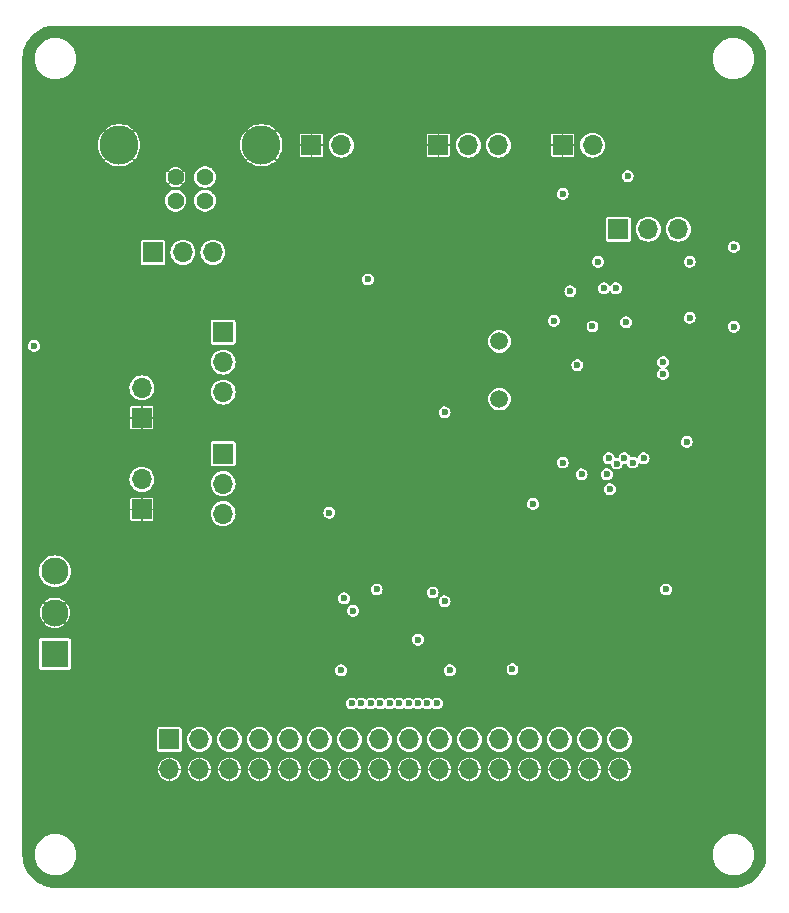
<source format=gbr>
%TF.GenerationSoftware,KiCad,Pcbnew,8.0.5*%
%TF.CreationDate,2024-10-20T03:08:33+02:00*%
%TF.ProjectId,Kingfisher,4b696e67-6669-4736-9865-722e6b696361,rev?*%
%TF.SameCoordinates,Original*%
%TF.FileFunction,Copper,L2,Inr*%
%TF.FilePolarity,Positive*%
%FSLAX46Y46*%
G04 Gerber Fmt 4.6, Leading zero omitted, Abs format (unit mm)*
G04 Created by KiCad (PCBNEW 8.0.5) date 2024-10-20 03:08:33*
%MOMM*%
%LPD*%
G01*
G04 APERTURE LIST*
%TA.AperFunction,ComponentPad*%
%ADD10R,1.700000X1.700000*%
%TD*%
%TA.AperFunction,ComponentPad*%
%ADD11O,1.700000X1.700000*%
%TD*%
%TA.AperFunction,ComponentPad*%
%ADD12C,1.500000*%
%TD*%
%TA.AperFunction,ComponentPad*%
%ADD13C,3.316000*%
%TD*%
%TA.AperFunction,ComponentPad*%
%ADD14C,1.428000*%
%TD*%
%TA.AperFunction,ComponentPad*%
%ADD15R,2.300000X2.300000*%
%TD*%
%TA.AperFunction,ComponentPad*%
%ADD16C,2.300000*%
%TD*%
%TA.AperFunction,ViaPad*%
%ADD17C,0.600000*%
%TD*%
G04 APERTURE END LIST*
D10*
%TO.N,GND*%
%TO.C,J3*%
X164250000Y-73625000D03*
D11*
%TO.N,NRST*%
X166790000Y-73625000D03*
%TD*%
D10*
%TO.N,GND*%
%TO.C,J12*%
X128625000Y-104460000D03*
D11*
%TO.N,EXT_DAC_VAA*%
X128625000Y-101920000D03*
%TD*%
D10*
%TO.N,GND*%
%TO.C,J1*%
X142975000Y-73625000D03*
D11*
%TO.N,5V_EXT*%
X145515000Y-73625000D03*
%TD*%
D10*
%TO.N,DAC_OUT_0*%
%TO.C,J11*%
X130950000Y-123950000D03*
D11*
%TO.N,GND*%
X130950000Y-126490000D03*
%TO.N,DAC_OUT_1*%
X133490000Y-123950000D03*
%TO.N,GND*%
X133490000Y-126490000D03*
%TO.N,DAC_OUT_2*%
X136030000Y-123950000D03*
%TO.N,GND*%
X136030000Y-126490000D03*
%TO.N,DAC_OUT_3*%
X138570000Y-123950000D03*
%TO.N,GND*%
X138570000Y-126490000D03*
%TO.N,DAC_OUT_4*%
X141110000Y-123950000D03*
%TO.N,GND*%
X141110000Y-126490000D03*
%TO.N,DAC_OUT_5*%
X143650000Y-123950000D03*
%TO.N,GND*%
X143650000Y-126490000D03*
%TO.N,DAC_OUT_6*%
X146190000Y-123950000D03*
%TO.N,GND*%
X146190000Y-126490000D03*
%TO.N,DAC_OUT_7*%
X148730000Y-123950000D03*
%TO.N,GND*%
X148730000Y-126490000D03*
%TO.N,DAC_OUT_8*%
X151270000Y-123950000D03*
%TO.N,GND*%
X151270000Y-126490000D03*
%TO.N,DAC_OUT_9*%
X153810000Y-123950000D03*
%TO.N,GND*%
X153810000Y-126490000D03*
%TO.N,DAC_OUT_10*%
X156350000Y-123950000D03*
%TO.N,GND*%
X156350000Y-126490000D03*
%TO.N,DAC_OUT_11*%
X158890000Y-123950000D03*
%TO.N,GND*%
X158890000Y-126490000D03*
%TO.N,DAC_OUT_12*%
X161430000Y-123950000D03*
%TO.N,GND*%
X161430000Y-126490000D03*
%TO.N,DAC_OUT_13*%
X163970000Y-123950000D03*
%TO.N,GND*%
X163970000Y-126490000D03*
%TO.N,DAC_OUT_14*%
X166510000Y-123950000D03*
%TO.N,GND*%
X166510000Y-126490000D03*
%TO.N,DAC_OUT_15*%
X169050000Y-123950000D03*
%TO.N,GND*%
X169050000Y-126490000D03*
%TD*%
D10*
%TO.N,Net-(J4-Pin_1)*%
%TO.C,J4*%
X168960000Y-80750000D03*
D11*
%TO.N,BOOT0*%
X171500000Y-80750000D03*
%TO.N,Net-(J4-Pin_3)*%
X174040000Y-80750000D03*
%TD*%
D12*
%TO.N,Net-(U3-PH0)*%
%TO.C,e1*%
X158900000Y-90250000D03*
%TO.N,Net-(U3-PH1)*%
X158900000Y-95130000D03*
%TD*%
D10*
%TO.N,USB_VBUS*%
%TO.C,J2*%
X129560000Y-82700000D03*
D11*
%TO.N,+5V*%
X132100000Y-82700000D03*
%TO.N,5V_EXT*%
X134640000Y-82700000D03*
%TD*%
D10*
%TO.N,+5V*%
%TO.C,J13*%
X135500000Y-99750000D03*
D11*
%TO.N,DAC_VAA*%
X135500000Y-102290000D03*
%TO.N,EXT_DAC_VAA*%
X135500000Y-104830000D03*
%TD*%
D13*
%TO.N,GND*%
%TO.C,J6*%
X138740000Y-73625000D03*
X126700000Y-73625000D03*
D14*
%TO.N,USB_VBUS*%
X131470000Y-78335000D03*
%TO.N,USB_OTG_FS_D-*%
X133970000Y-78335000D03*
%TO.N,USB_OTG_FS_D+*%
X133970000Y-76335000D03*
%TO.N,GND*%
X131470000Y-76335000D03*
%TD*%
D10*
%TO.N,GND*%
%TO.C,J5*%
X153725000Y-73625000D03*
D11*
%TO.N,UART_TX*%
X156265000Y-73625000D03*
%TO.N,UART_RX*%
X158805000Y-73625000D03*
%TD*%
D10*
%TO.N,GND*%
%TO.C,J8*%
X128625000Y-96710000D03*
D11*
%TO.N,EXT_REF_2V5*%
X128625000Y-94170000D03*
%TD*%
D15*
%TO.N,DAC_VCC*%
%TO.C,J9*%
X121250000Y-116710000D03*
D16*
%TO.N,GND*%
X121250000Y-113210000D03*
%TO.N,DAC_VSS*%
X121250000Y-109710000D03*
%TD*%
D10*
%TO.N,REF_2V5*%
%TO.C,J10*%
X135500000Y-89460000D03*
D11*
%TO.N,DAC_REF*%
X135500000Y-92000000D03*
%TO.N,EXT_REF_2V5*%
X135500000Y-94540000D03*
%TD*%
D17*
%TO.N,+3V3*%
X167250000Y-83500000D03*
X154250000Y-96250000D03*
X178750000Y-82250000D03*
X174750000Y-98750000D03*
X165850000Y-101500000D03*
X169750000Y-76250000D03*
X175000000Y-83500000D03*
X161750000Y-104000000D03*
X173000000Y-111250000D03*
X164250000Y-77750000D03*
X164250000Y-100500000D03*
X175000000Y-88250000D03*
X145500000Y-118100000D03*
X163500000Y-88500000D03*
X147750000Y-85000000D03*
X160000000Y-118000000D03*
X164900000Y-86000000D03*
X154700000Y-118100000D03*
X178750000Y-89000000D03*
%TO.N,GND*%
X173500000Y-89750000D03*
X165500000Y-97000000D03*
X169250000Y-93000000D03*
X143750000Y-87045000D03*
X175750000Y-104000000D03*
X150000000Y-116000000D03*
%TO.N,NRST*%
X165500000Y-92250000D03*
%TO.N,DAC_VCC*%
X146500000Y-113050000D03*
X154250000Y-112250000D03*
%TO.N,DAC_VSS*%
X153250000Y-111500000D03*
X145750000Y-112000000D03*
%TO.N,+5V*%
X144500000Y-104750000D03*
X148500000Y-111250000D03*
X119500000Y-90625000D03*
%TO.N,DAC_SCLK*%
X168000000Y-101500000D03*
X147199997Y-120900000D03*
%TO.N,DAC_TOGGLE0*%
X149600000Y-120900000D03*
X169475000Y-100125000D03*
%TO.N,DAC_nCLR*%
X153600009Y-120900000D03*
X167750000Y-85750000D03*
%TO.N,DAC_SDO*%
X168150000Y-100149998D03*
X146399994Y-120900000D03*
%TO.N,DAC_TOGGLE1*%
X170180013Y-100503101D03*
X150400000Y-120900000D03*
%TO.N,DAC_nLDAC*%
X152000003Y-120900000D03*
X169625000Y-88625000D03*
%TO.N,DAC_TOGGLE2*%
X171100000Y-100126533D03*
X151200000Y-120900000D03*
%TO.N,DAC_nRESET*%
X168750000Y-85750000D03*
X152800006Y-120900000D03*
%TO.N,DAC_nALMOUT*%
X166773060Y-88976940D03*
X152000000Y-115500000D03*
%TO.N,DAC_nCS*%
X168250000Y-102750000D03*
X148799997Y-120900000D03*
%TO.N,DAC_SDI*%
X168820957Y-100585682D03*
X148000000Y-120900000D03*
%TO.N,UART_RX*%
X172750000Y-93000000D03*
%TO.N,UART_TX*%
X172750000Y-92000000D03*
%TD*%
%TA.AperFunction,Conductor*%
%TO.N,GND*%
G36*
X178701727Y-63500597D02*
G01*
X179009997Y-63517909D01*
X179016846Y-63518680D01*
X179319554Y-63570112D01*
X179326255Y-63571642D01*
X179621297Y-63656643D01*
X179627796Y-63658916D01*
X179911477Y-63776420D01*
X179917678Y-63779407D01*
X180186412Y-63927931D01*
X180192231Y-63931588D01*
X180442643Y-64109264D01*
X180448035Y-64113564D01*
X180676969Y-64318153D01*
X180681846Y-64323030D01*
X180886435Y-64551964D01*
X180890735Y-64557356D01*
X181068405Y-64807758D01*
X181072071Y-64813592D01*
X181087435Y-64841391D01*
X181220589Y-65082315D01*
X181223582Y-65088529D01*
X181341081Y-65372198D01*
X181343358Y-65378707D01*
X181428354Y-65673731D01*
X181429889Y-65680456D01*
X181481318Y-65983152D01*
X181482090Y-65990004D01*
X181499403Y-66298271D01*
X181499500Y-66301720D01*
X181499500Y-133698279D01*
X181499403Y-133701728D01*
X181482090Y-134009995D01*
X181481318Y-134016847D01*
X181429889Y-134319543D01*
X181428354Y-134326268D01*
X181343358Y-134621292D01*
X181341081Y-134627801D01*
X181223582Y-134911470D01*
X181220589Y-134917684D01*
X181072074Y-135186402D01*
X181068405Y-135192241D01*
X180890735Y-135442643D01*
X180886435Y-135448035D01*
X180681846Y-135676969D01*
X180676969Y-135681846D01*
X180448035Y-135886435D01*
X180442643Y-135890735D01*
X180192241Y-136068405D01*
X180186402Y-136072074D01*
X179917684Y-136220589D01*
X179911470Y-136223582D01*
X179627801Y-136341081D01*
X179621292Y-136343358D01*
X179326268Y-136428354D01*
X179319543Y-136429889D01*
X179016847Y-136481318D01*
X179009995Y-136482090D01*
X178718816Y-136498443D01*
X178701726Y-136499403D01*
X178698279Y-136499500D01*
X121301721Y-136499500D01*
X121298273Y-136499403D01*
X121279884Y-136498370D01*
X120990004Y-136482090D01*
X120983152Y-136481318D01*
X120680456Y-136429889D01*
X120673731Y-136428354D01*
X120378707Y-136343358D01*
X120372198Y-136341081D01*
X120088529Y-136223582D01*
X120082315Y-136220589D01*
X120058506Y-136207430D01*
X119813592Y-136072071D01*
X119807763Y-136068408D01*
X119557356Y-135890735D01*
X119551964Y-135886435D01*
X119323030Y-135681846D01*
X119318153Y-135676969D01*
X119113564Y-135448035D01*
X119109264Y-135442643D01*
X119093587Y-135420548D01*
X118931588Y-135192231D01*
X118927931Y-135186412D01*
X118779407Y-134917678D01*
X118776417Y-134911470D01*
X118753714Y-134856661D01*
X118658916Y-134627796D01*
X118656641Y-134621292D01*
X118571642Y-134326255D01*
X118570112Y-134319554D01*
X118518680Y-134016846D01*
X118517909Y-134009994D01*
X118500597Y-133701727D01*
X118500500Y-133698279D01*
X118500500Y-133585262D01*
X119549500Y-133585262D01*
X119549500Y-133814737D01*
X119579453Y-134042248D01*
X119638839Y-134263878D01*
X119638842Y-134263887D01*
X119726656Y-134475888D01*
X119784022Y-134575250D01*
X119841390Y-134674615D01*
X119841391Y-134674616D01*
X119981079Y-134856659D01*
X120143340Y-135018920D01*
X120325383Y-135158608D01*
X120325384Y-135158609D01*
X120367379Y-135182854D01*
X120524112Y-135273344D01*
X120736113Y-135361158D01*
X120793444Y-135376519D01*
X120957753Y-135420546D01*
X120957749Y-135420546D01*
X120957759Y-135420547D01*
X120957762Y-135420548D01*
X121185266Y-135450500D01*
X121185269Y-135450500D01*
X121414731Y-135450500D01*
X121414734Y-135450500D01*
X121642238Y-135420548D01*
X121642243Y-135420546D01*
X121642248Y-135420546D01*
X121780279Y-135383560D01*
X121863887Y-135361158D01*
X122075888Y-135273344D01*
X122274612Y-135158611D01*
X122456661Y-135018919D01*
X122618919Y-134856661D01*
X122758611Y-134674612D01*
X122873344Y-134475888D01*
X122961158Y-134263887D01*
X122983560Y-134180279D01*
X123020546Y-134042248D01*
X123020546Y-134042243D01*
X123020548Y-134042238D01*
X123050500Y-133814734D01*
X123050500Y-133585266D01*
X123050499Y-133585262D01*
X176949500Y-133585262D01*
X176949500Y-133814737D01*
X176979453Y-134042248D01*
X177038839Y-134263878D01*
X177038842Y-134263887D01*
X177126656Y-134475888D01*
X177184022Y-134575250D01*
X177241390Y-134674615D01*
X177241391Y-134674616D01*
X177381079Y-134856659D01*
X177543340Y-135018920D01*
X177725383Y-135158608D01*
X177725384Y-135158609D01*
X177767379Y-135182854D01*
X177924112Y-135273344D01*
X178136113Y-135361158D01*
X178193444Y-135376519D01*
X178357753Y-135420546D01*
X178357749Y-135420546D01*
X178357759Y-135420547D01*
X178357762Y-135420548D01*
X178585266Y-135450500D01*
X178585269Y-135450500D01*
X178814731Y-135450500D01*
X178814734Y-135450500D01*
X179042238Y-135420548D01*
X179042243Y-135420546D01*
X179042248Y-135420546D01*
X179180279Y-135383560D01*
X179263887Y-135361158D01*
X179475888Y-135273344D01*
X179674612Y-135158611D01*
X179856661Y-135018919D01*
X180018919Y-134856661D01*
X180158611Y-134674612D01*
X180273344Y-134475888D01*
X180361158Y-134263887D01*
X180383560Y-134180279D01*
X180420546Y-134042248D01*
X180420546Y-134042243D01*
X180420548Y-134042238D01*
X180450500Y-133814734D01*
X180450500Y-133585266D01*
X180420548Y-133357762D01*
X180420546Y-133357757D01*
X180420546Y-133357751D01*
X180361160Y-133136121D01*
X180361158Y-133136113D01*
X180273344Y-132924112D01*
X180158611Y-132725388D01*
X180158609Y-132725384D01*
X180158608Y-132725383D01*
X180018920Y-132543340D01*
X179856659Y-132381079D01*
X179674616Y-132241391D01*
X179674615Y-132241390D01*
X179575250Y-132184022D01*
X179475888Y-132126656D01*
X179263887Y-132038842D01*
X179263878Y-132038839D01*
X179042246Y-131979453D01*
X179042250Y-131979453D01*
X178814737Y-131949500D01*
X178814734Y-131949500D01*
X178585266Y-131949500D01*
X178585262Y-131949500D01*
X178357751Y-131979453D01*
X178136121Y-132038839D01*
X178136112Y-132038842D01*
X177924114Y-132126655D01*
X177725384Y-132241390D01*
X177725383Y-132241391D01*
X177543340Y-132381079D01*
X177381079Y-132543340D01*
X177241391Y-132725383D01*
X177241390Y-132725384D01*
X177126655Y-132924114D01*
X177038842Y-133136112D01*
X177038839Y-133136121D01*
X176979453Y-133357751D01*
X176949500Y-133585262D01*
X123050499Y-133585262D01*
X123020548Y-133357762D01*
X123020546Y-133357757D01*
X123020546Y-133357751D01*
X122961160Y-133136121D01*
X122961158Y-133136113D01*
X122873344Y-132924112D01*
X122758611Y-132725388D01*
X122758609Y-132725384D01*
X122758608Y-132725383D01*
X122618920Y-132543340D01*
X122456659Y-132381079D01*
X122274616Y-132241391D01*
X122274615Y-132241390D01*
X122175250Y-132184022D01*
X122075888Y-132126656D01*
X121863887Y-132038842D01*
X121863878Y-132038839D01*
X121642246Y-131979453D01*
X121642250Y-131979453D01*
X121414737Y-131949500D01*
X121414734Y-131949500D01*
X121185266Y-131949500D01*
X121185262Y-131949500D01*
X120957751Y-131979453D01*
X120736121Y-132038839D01*
X120736112Y-132038842D01*
X120524114Y-132126655D01*
X120325384Y-132241390D01*
X120325383Y-132241391D01*
X120143340Y-132381079D01*
X119981079Y-132543340D01*
X119841391Y-132725383D01*
X119841390Y-132725384D01*
X119726655Y-132924114D01*
X119638842Y-133136112D01*
X119638839Y-133136121D01*
X119579453Y-133357751D01*
X119549500Y-133585262D01*
X118500500Y-133585262D01*
X118500500Y-126427500D01*
X129976438Y-126427500D01*
X130450000Y-126427500D01*
X130450000Y-126552500D01*
X129976438Y-126552500D01*
X129989106Y-126681131D01*
X130044858Y-126864920D01*
X130135395Y-127034304D01*
X130257234Y-127182764D01*
X130257235Y-127182765D01*
X130405695Y-127304604D01*
X130575079Y-127395141D01*
X130758869Y-127450893D01*
X130758866Y-127450893D01*
X130887500Y-127463562D01*
X130887500Y-126990000D01*
X131012500Y-126990000D01*
X131012500Y-127463561D01*
X131141131Y-127450893D01*
X131324920Y-127395141D01*
X131494304Y-127304604D01*
X131642764Y-127182765D01*
X131642765Y-127182764D01*
X131764604Y-127034304D01*
X131855141Y-126864920D01*
X131910893Y-126681131D01*
X131923562Y-126552500D01*
X131450000Y-126552500D01*
X131450000Y-126427500D01*
X131923562Y-126427500D01*
X132516438Y-126427500D01*
X132990000Y-126427500D01*
X132990000Y-126552500D01*
X132516438Y-126552500D01*
X132529106Y-126681131D01*
X132584858Y-126864920D01*
X132675395Y-127034304D01*
X132797234Y-127182764D01*
X132797235Y-127182765D01*
X132945695Y-127304604D01*
X133115079Y-127395141D01*
X133298869Y-127450893D01*
X133298866Y-127450893D01*
X133427500Y-127463562D01*
X133427500Y-126990000D01*
X133552500Y-126990000D01*
X133552500Y-127463561D01*
X133681131Y-127450893D01*
X133864920Y-127395141D01*
X134034304Y-127304604D01*
X134182764Y-127182765D01*
X134182765Y-127182764D01*
X134304604Y-127034304D01*
X134395141Y-126864920D01*
X134450893Y-126681131D01*
X134463562Y-126552500D01*
X133990000Y-126552500D01*
X133990000Y-126427500D01*
X134463562Y-126427500D01*
X135056438Y-126427500D01*
X135530000Y-126427500D01*
X135530000Y-126552500D01*
X135056438Y-126552500D01*
X135069106Y-126681131D01*
X135124858Y-126864920D01*
X135215395Y-127034304D01*
X135337234Y-127182764D01*
X135337235Y-127182765D01*
X135485695Y-127304604D01*
X135655079Y-127395141D01*
X135838869Y-127450893D01*
X135838866Y-127450893D01*
X135967500Y-127463562D01*
X135967500Y-126990000D01*
X136092500Y-126990000D01*
X136092500Y-127463561D01*
X136221131Y-127450893D01*
X136404920Y-127395141D01*
X136574304Y-127304604D01*
X136722764Y-127182765D01*
X136722765Y-127182764D01*
X136844604Y-127034304D01*
X136935141Y-126864920D01*
X136990893Y-126681131D01*
X137003562Y-126552500D01*
X136530000Y-126552500D01*
X136530000Y-126427500D01*
X137003562Y-126427500D01*
X137596438Y-126427500D01*
X138070000Y-126427500D01*
X138070000Y-126552500D01*
X137596438Y-126552500D01*
X137609106Y-126681131D01*
X137664858Y-126864920D01*
X137755395Y-127034304D01*
X137877234Y-127182764D01*
X137877235Y-127182765D01*
X138025695Y-127304604D01*
X138195079Y-127395141D01*
X138378869Y-127450893D01*
X138378866Y-127450893D01*
X138507500Y-127463562D01*
X138507500Y-126990000D01*
X138632500Y-126990000D01*
X138632500Y-127463562D01*
X138761131Y-127450893D01*
X138944920Y-127395141D01*
X139114304Y-127304604D01*
X139262764Y-127182765D01*
X139262765Y-127182764D01*
X139384604Y-127034304D01*
X139475141Y-126864920D01*
X139530893Y-126681131D01*
X139543562Y-126552500D01*
X139070000Y-126552500D01*
X139070000Y-126427500D01*
X139543562Y-126427500D01*
X140136438Y-126427500D01*
X140610000Y-126427500D01*
X140610000Y-126552500D01*
X140136438Y-126552500D01*
X140149106Y-126681131D01*
X140204858Y-126864920D01*
X140295395Y-127034304D01*
X140417234Y-127182764D01*
X140417235Y-127182765D01*
X140565695Y-127304604D01*
X140735079Y-127395141D01*
X140918869Y-127450893D01*
X140918866Y-127450893D01*
X141047500Y-127463562D01*
X141047500Y-126990000D01*
X141172500Y-126990000D01*
X141172500Y-127463562D01*
X141301131Y-127450893D01*
X141484920Y-127395141D01*
X141654304Y-127304604D01*
X141802764Y-127182765D01*
X141802765Y-127182764D01*
X141924604Y-127034304D01*
X142015141Y-126864920D01*
X142070893Y-126681131D01*
X142083562Y-126552500D01*
X141610000Y-126552500D01*
X141610000Y-126427500D01*
X142083562Y-126427500D01*
X142676438Y-126427500D01*
X143150000Y-126427500D01*
X143150000Y-126552500D01*
X142676438Y-126552500D01*
X142689106Y-126681131D01*
X142744858Y-126864920D01*
X142835395Y-127034304D01*
X142957234Y-127182764D01*
X142957235Y-127182765D01*
X143105695Y-127304604D01*
X143275079Y-127395141D01*
X143458869Y-127450893D01*
X143458866Y-127450893D01*
X143587500Y-127463562D01*
X143587500Y-126990000D01*
X143712500Y-126990000D01*
X143712500Y-127463562D01*
X143841131Y-127450893D01*
X144024920Y-127395141D01*
X144194304Y-127304604D01*
X144342764Y-127182765D01*
X144342765Y-127182764D01*
X144464604Y-127034304D01*
X144555141Y-126864920D01*
X144610893Y-126681131D01*
X144623562Y-126552500D01*
X144150000Y-126552500D01*
X144150000Y-126427500D01*
X144623562Y-126427500D01*
X145216438Y-126427500D01*
X145690000Y-126427500D01*
X145690000Y-126552500D01*
X145216438Y-126552500D01*
X145229106Y-126681131D01*
X145284858Y-126864920D01*
X145375395Y-127034304D01*
X145497234Y-127182764D01*
X145497235Y-127182765D01*
X145645695Y-127304604D01*
X145815079Y-127395141D01*
X145998869Y-127450893D01*
X145998866Y-127450893D01*
X146127500Y-127463562D01*
X146127500Y-126990000D01*
X146252500Y-126990000D01*
X146252500Y-127463562D01*
X146381131Y-127450893D01*
X146564920Y-127395141D01*
X146734304Y-127304604D01*
X146882764Y-127182765D01*
X146882765Y-127182764D01*
X147004604Y-127034304D01*
X147095141Y-126864920D01*
X147150893Y-126681131D01*
X147163562Y-126552500D01*
X146690000Y-126552500D01*
X146690000Y-126427500D01*
X147163562Y-126427500D01*
X147756438Y-126427500D01*
X148230000Y-126427500D01*
X148230000Y-126552500D01*
X147756438Y-126552500D01*
X147769106Y-126681131D01*
X147824858Y-126864920D01*
X147915395Y-127034304D01*
X148037234Y-127182764D01*
X148037235Y-127182765D01*
X148185695Y-127304604D01*
X148355079Y-127395141D01*
X148538869Y-127450893D01*
X148538866Y-127450893D01*
X148667500Y-127463562D01*
X148667500Y-126990000D01*
X148792500Y-126990000D01*
X148792500Y-127463562D01*
X148921131Y-127450893D01*
X149104920Y-127395141D01*
X149274304Y-127304604D01*
X149422764Y-127182765D01*
X149422765Y-127182764D01*
X149544604Y-127034304D01*
X149635141Y-126864920D01*
X149690893Y-126681131D01*
X149703562Y-126552500D01*
X149230000Y-126552500D01*
X149230000Y-126427500D01*
X149703562Y-126427500D01*
X150296438Y-126427500D01*
X150770000Y-126427500D01*
X150770000Y-126552500D01*
X150296438Y-126552500D01*
X150309106Y-126681131D01*
X150364858Y-126864920D01*
X150455395Y-127034304D01*
X150577234Y-127182764D01*
X150577235Y-127182765D01*
X150725695Y-127304604D01*
X150895079Y-127395141D01*
X151078869Y-127450893D01*
X151078866Y-127450893D01*
X151207500Y-127463562D01*
X151207500Y-126990000D01*
X151332500Y-126990000D01*
X151332500Y-127463562D01*
X151461131Y-127450893D01*
X151644920Y-127395141D01*
X151814304Y-127304604D01*
X151962764Y-127182765D01*
X151962765Y-127182764D01*
X152084604Y-127034304D01*
X152175141Y-126864920D01*
X152230893Y-126681131D01*
X152243562Y-126552500D01*
X151770000Y-126552500D01*
X151770000Y-126427500D01*
X152243562Y-126427500D01*
X152836438Y-126427500D01*
X153310000Y-126427500D01*
X153310000Y-126552500D01*
X152836438Y-126552500D01*
X152849106Y-126681131D01*
X152904858Y-126864920D01*
X152995395Y-127034304D01*
X153117234Y-127182764D01*
X153117235Y-127182765D01*
X153265695Y-127304604D01*
X153435079Y-127395141D01*
X153618869Y-127450893D01*
X153618866Y-127450893D01*
X153747500Y-127463562D01*
X153747500Y-126990000D01*
X153872500Y-126990000D01*
X153872500Y-127463562D01*
X154001131Y-127450893D01*
X154184920Y-127395141D01*
X154354304Y-127304604D01*
X154502764Y-127182765D01*
X154502765Y-127182764D01*
X154624604Y-127034304D01*
X154715141Y-126864920D01*
X154770893Y-126681131D01*
X154783562Y-126552500D01*
X154310000Y-126552500D01*
X154310000Y-126427500D01*
X154783562Y-126427500D01*
X155376438Y-126427500D01*
X155850000Y-126427500D01*
X155850000Y-126552500D01*
X155376438Y-126552500D01*
X155389106Y-126681131D01*
X155444858Y-126864920D01*
X155535395Y-127034304D01*
X155657234Y-127182764D01*
X155657235Y-127182765D01*
X155805695Y-127304604D01*
X155975079Y-127395141D01*
X156158869Y-127450893D01*
X156158866Y-127450893D01*
X156287500Y-127463562D01*
X156287500Y-126990000D01*
X156412500Y-126990000D01*
X156412500Y-127463562D01*
X156541131Y-127450893D01*
X156724920Y-127395141D01*
X156894304Y-127304604D01*
X157042764Y-127182765D01*
X157042765Y-127182764D01*
X157164604Y-127034304D01*
X157255141Y-126864920D01*
X157310893Y-126681131D01*
X157323562Y-126552500D01*
X156850000Y-126552500D01*
X156850000Y-126427500D01*
X157323562Y-126427500D01*
X157916438Y-126427500D01*
X158390000Y-126427500D01*
X158390000Y-126552500D01*
X157916438Y-126552500D01*
X157929106Y-126681131D01*
X157984858Y-126864920D01*
X158075395Y-127034304D01*
X158197234Y-127182764D01*
X158197235Y-127182765D01*
X158345695Y-127304604D01*
X158515079Y-127395141D01*
X158698869Y-127450893D01*
X158698866Y-127450893D01*
X158827500Y-127463562D01*
X158827500Y-126990000D01*
X158952500Y-126990000D01*
X158952500Y-127463561D01*
X159081131Y-127450893D01*
X159264920Y-127395141D01*
X159434304Y-127304604D01*
X159582764Y-127182765D01*
X159582765Y-127182764D01*
X159704604Y-127034304D01*
X159795141Y-126864920D01*
X159850893Y-126681131D01*
X159863562Y-126552500D01*
X159390000Y-126552500D01*
X159390000Y-126427500D01*
X159863562Y-126427500D01*
X160456438Y-126427500D01*
X160930000Y-126427500D01*
X160930000Y-126552500D01*
X160456438Y-126552500D01*
X160469106Y-126681131D01*
X160524858Y-126864920D01*
X160615395Y-127034304D01*
X160737234Y-127182764D01*
X160737235Y-127182765D01*
X160885695Y-127304604D01*
X161055079Y-127395141D01*
X161238869Y-127450893D01*
X161238866Y-127450893D01*
X161367500Y-127463562D01*
X161367500Y-126990000D01*
X161492500Y-126990000D01*
X161492500Y-127463561D01*
X161621131Y-127450893D01*
X161804920Y-127395141D01*
X161974304Y-127304604D01*
X162122764Y-127182765D01*
X162122765Y-127182764D01*
X162244604Y-127034304D01*
X162335141Y-126864920D01*
X162390893Y-126681131D01*
X162403562Y-126552500D01*
X161930000Y-126552500D01*
X161930000Y-126427500D01*
X162403562Y-126427500D01*
X162996438Y-126427500D01*
X163470000Y-126427500D01*
X163470000Y-126552500D01*
X162996438Y-126552500D01*
X163009106Y-126681131D01*
X163064858Y-126864920D01*
X163155395Y-127034304D01*
X163277234Y-127182764D01*
X163277235Y-127182765D01*
X163425695Y-127304604D01*
X163595079Y-127395141D01*
X163778869Y-127450893D01*
X163778866Y-127450893D01*
X163907500Y-127463562D01*
X163907500Y-126990000D01*
X164032500Y-126990000D01*
X164032500Y-127463561D01*
X164161131Y-127450893D01*
X164344920Y-127395141D01*
X164514304Y-127304604D01*
X164662764Y-127182765D01*
X164662765Y-127182764D01*
X164784604Y-127034304D01*
X164875141Y-126864920D01*
X164930893Y-126681131D01*
X164943562Y-126552500D01*
X164470000Y-126552500D01*
X164470000Y-126427500D01*
X164943562Y-126427500D01*
X165536438Y-126427500D01*
X166010000Y-126427500D01*
X166010000Y-126552500D01*
X165536438Y-126552500D01*
X165549106Y-126681131D01*
X165604858Y-126864920D01*
X165695395Y-127034304D01*
X165817234Y-127182764D01*
X165817235Y-127182765D01*
X165965695Y-127304604D01*
X166135079Y-127395141D01*
X166318869Y-127450893D01*
X166318866Y-127450893D01*
X166447500Y-127463562D01*
X166447500Y-126990000D01*
X166572500Y-126990000D01*
X166572500Y-127463561D01*
X166701131Y-127450893D01*
X166884920Y-127395141D01*
X167054304Y-127304604D01*
X167202764Y-127182765D01*
X167202765Y-127182764D01*
X167324604Y-127034304D01*
X167415141Y-126864920D01*
X167470893Y-126681131D01*
X167483562Y-126552500D01*
X167010000Y-126552500D01*
X167010000Y-126427500D01*
X167483562Y-126427500D01*
X168076438Y-126427500D01*
X168550000Y-126427500D01*
X168550000Y-126552500D01*
X168076438Y-126552500D01*
X168089106Y-126681131D01*
X168144858Y-126864920D01*
X168235395Y-127034304D01*
X168357234Y-127182764D01*
X168357235Y-127182765D01*
X168505695Y-127304604D01*
X168675079Y-127395141D01*
X168858869Y-127450893D01*
X168858866Y-127450893D01*
X168987500Y-127463562D01*
X168987500Y-126990000D01*
X169112500Y-126990000D01*
X169112500Y-127463561D01*
X169241131Y-127450893D01*
X169424920Y-127395141D01*
X169594304Y-127304604D01*
X169742764Y-127182765D01*
X169742765Y-127182764D01*
X169864604Y-127034304D01*
X169955141Y-126864920D01*
X170010893Y-126681131D01*
X170023562Y-126552500D01*
X169550000Y-126552500D01*
X169550000Y-126427500D01*
X170023562Y-126427500D01*
X170010893Y-126298868D01*
X169955141Y-126115079D01*
X169864604Y-125945695D01*
X169742765Y-125797235D01*
X169742764Y-125797234D01*
X169594304Y-125675395D01*
X169424920Y-125584858D01*
X169241130Y-125529106D01*
X169241133Y-125529106D01*
X169112500Y-125516437D01*
X169112500Y-125990000D01*
X168987500Y-125990000D01*
X168987500Y-125516437D01*
X168858868Y-125529106D01*
X168675079Y-125584858D01*
X168505695Y-125675395D01*
X168357235Y-125797234D01*
X168357234Y-125797235D01*
X168235395Y-125945695D01*
X168144858Y-126115079D01*
X168089106Y-126298868D01*
X168076438Y-126427500D01*
X167483562Y-126427500D01*
X167470893Y-126298868D01*
X167415141Y-126115079D01*
X167324604Y-125945695D01*
X167202765Y-125797235D01*
X167202764Y-125797234D01*
X167054304Y-125675395D01*
X166884920Y-125584858D01*
X166701130Y-125529106D01*
X166701133Y-125529106D01*
X166572500Y-125516437D01*
X166572500Y-125990000D01*
X166447500Y-125990000D01*
X166447500Y-125516437D01*
X166318868Y-125529106D01*
X166135079Y-125584858D01*
X165965695Y-125675395D01*
X165817235Y-125797234D01*
X165817234Y-125797235D01*
X165695395Y-125945695D01*
X165604858Y-126115079D01*
X165549106Y-126298868D01*
X165536438Y-126427500D01*
X164943562Y-126427500D01*
X164930893Y-126298868D01*
X164875141Y-126115079D01*
X164784604Y-125945695D01*
X164662765Y-125797235D01*
X164662764Y-125797234D01*
X164514304Y-125675395D01*
X164344920Y-125584858D01*
X164161130Y-125529106D01*
X164161133Y-125529106D01*
X164032500Y-125516437D01*
X164032500Y-125990000D01*
X163907500Y-125990000D01*
X163907500Y-125516437D01*
X163778868Y-125529106D01*
X163595079Y-125584858D01*
X163425695Y-125675395D01*
X163277235Y-125797234D01*
X163277234Y-125797235D01*
X163155395Y-125945695D01*
X163064858Y-126115079D01*
X163009106Y-126298868D01*
X162996438Y-126427500D01*
X162403562Y-126427500D01*
X162390893Y-126298868D01*
X162335141Y-126115079D01*
X162244604Y-125945695D01*
X162122765Y-125797235D01*
X162122764Y-125797234D01*
X161974304Y-125675395D01*
X161804920Y-125584858D01*
X161621130Y-125529106D01*
X161621133Y-125529106D01*
X161492500Y-125516437D01*
X161492500Y-125990000D01*
X161367500Y-125990000D01*
X161367500Y-125516437D01*
X161238868Y-125529106D01*
X161055079Y-125584858D01*
X160885695Y-125675395D01*
X160737235Y-125797234D01*
X160737234Y-125797235D01*
X160615395Y-125945695D01*
X160524858Y-126115079D01*
X160469106Y-126298868D01*
X160456438Y-126427500D01*
X159863562Y-126427500D01*
X159850893Y-126298868D01*
X159795141Y-126115079D01*
X159704604Y-125945695D01*
X159582765Y-125797235D01*
X159582764Y-125797234D01*
X159434304Y-125675395D01*
X159264920Y-125584858D01*
X159081130Y-125529106D01*
X159081133Y-125529106D01*
X158952500Y-125516437D01*
X158952500Y-125990000D01*
X158827500Y-125990000D01*
X158827500Y-125516437D01*
X158698868Y-125529106D01*
X158515079Y-125584858D01*
X158345695Y-125675395D01*
X158197235Y-125797234D01*
X158197234Y-125797235D01*
X158075395Y-125945695D01*
X157984858Y-126115079D01*
X157929106Y-126298868D01*
X157916438Y-126427500D01*
X157323562Y-126427500D01*
X157310893Y-126298868D01*
X157255141Y-126115079D01*
X157164604Y-125945695D01*
X157042765Y-125797235D01*
X157042764Y-125797234D01*
X156894304Y-125675395D01*
X156724920Y-125584858D01*
X156541130Y-125529106D01*
X156541133Y-125529106D01*
X156412500Y-125516437D01*
X156412500Y-125990000D01*
X156287500Y-125990000D01*
X156287500Y-125516437D01*
X156158868Y-125529106D01*
X155975079Y-125584858D01*
X155805695Y-125675395D01*
X155657235Y-125797234D01*
X155657234Y-125797235D01*
X155535395Y-125945695D01*
X155444858Y-126115079D01*
X155389106Y-126298868D01*
X155376438Y-126427500D01*
X154783562Y-126427500D01*
X154770893Y-126298868D01*
X154715141Y-126115079D01*
X154624604Y-125945695D01*
X154502765Y-125797235D01*
X154502764Y-125797234D01*
X154354304Y-125675395D01*
X154184920Y-125584858D01*
X154001130Y-125529106D01*
X154001133Y-125529106D01*
X153872500Y-125516437D01*
X153872500Y-125990000D01*
X153747500Y-125990000D01*
X153747500Y-125516437D01*
X153618868Y-125529106D01*
X153435079Y-125584858D01*
X153265695Y-125675395D01*
X153117235Y-125797234D01*
X153117234Y-125797235D01*
X152995395Y-125945695D01*
X152904858Y-126115079D01*
X152849106Y-126298868D01*
X152836438Y-126427500D01*
X152243562Y-126427500D01*
X152230893Y-126298868D01*
X152175141Y-126115079D01*
X152084604Y-125945695D01*
X151962765Y-125797235D01*
X151962764Y-125797234D01*
X151814304Y-125675395D01*
X151644920Y-125584858D01*
X151461130Y-125529106D01*
X151461133Y-125529106D01*
X151332500Y-125516437D01*
X151332500Y-125990000D01*
X151207500Y-125990000D01*
X151207500Y-125516437D01*
X151078868Y-125529106D01*
X150895079Y-125584858D01*
X150725695Y-125675395D01*
X150577235Y-125797234D01*
X150577234Y-125797235D01*
X150455395Y-125945695D01*
X150364858Y-126115079D01*
X150309106Y-126298868D01*
X150296438Y-126427500D01*
X149703562Y-126427500D01*
X149690893Y-126298868D01*
X149635141Y-126115079D01*
X149544604Y-125945695D01*
X149422765Y-125797235D01*
X149422764Y-125797234D01*
X149274304Y-125675395D01*
X149104920Y-125584858D01*
X148921130Y-125529106D01*
X148921133Y-125529106D01*
X148792500Y-125516437D01*
X148792500Y-125990000D01*
X148667500Y-125990000D01*
X148667500Y-125516437D01*
X148538868Y-125529106D01*
X148355079Y-125584858D01*
X148185695Y-125675395D01*
X148037235Y-125797234D01*
X148037234Y-125797235D01*
X147915395Y-125945695D01*
X147824858Y-126115079D01*
X147769106Y-126298868D01*
X147756438Y-126427500D01*
X147163562Y-126427500D01*
X147150893Y-126298868D01*
X147095141Y-126115079D01*
X147004604Y-125945695D01*
X146882765Y-125797235D01*
X146882764Y-125797234D01*
X146734304Y-125675395D01*
X146564920Y-125584858D01*
X146381130Y-125529106D01*
X146381133Y-125529106D01*
X146252500Y-125516437D01*
X146252500Y-125990000D01*
X146127500Y-125990000D01*
X146127500Y-125516437D01*
X145998868Y-125529106D01*
X145815079Y-125584858D01*
X145645695Y-125675395D01*
X145497235Y-125797234D01*
X145497234Y-125797235D01*
X145375395Y-125945695D01*
X145284858Y-126115079D01*
X145229106Y-126298868D01*
X145216438Y-126427500D01*
X144623562Y-126427500D01*
X144610893Y-126298868D01*
X144555141Y-126115079D01*
X144464604Y-125945695D01*
X144342765Y-125797235D01*
X144342764Y-125797234D01*
X144194304Y-125675395D01*
X144024920Y-125584858D01*
X143841130Y-125529106D01*
X143841133Y-125529106D01*
X143712500Y-125516437D01*
X143712500Y-125990000D01*
X143587500Y-125990000D01*
X143587500Y-125516437D01*
X143458868Y-125529106D01*
X143275079Y-125584858D01*
X143105695Y-125675395D01*
X142957235Y-125797234D01*
X142957234Y-125797235D01*
X142835395Y-125945695D01*
X142744858Y-126115079D01*
X142689106Y-126298868D01*
X142676438Y-126427500D01*
X142083562Y-126427500D01*
X142070893Y-126298868D01*
X142015141Y-126115079D01*
X141924604Y-125945695D01*
X141802765Y-125797235D01*
X141802764Y-125797234D01*
X141654304Y-125675395D01*
X141484920Y-125584858D01*
X141301130Y-125529106D01*
X141301133Y-125529106D01*
X141172500Y-125516437D01*
X141172500Y-125990000D01*
X141047500Y-125990000D01*
X141047500Y-125516437D01*
X140918868Y-125529106D01*
X140735079Y-125584858D01*
X140565695Y-125675395D01*
X140417235Y-125797234D01*
X140417234Y-125797235D01*
X140295395Y-125945695D01*
X140204858Y-126115079D01*
X140149106Y-126298868D01*
X140136438Y-126427500D01*
X139543562Y-126427500D01*
X139530893Y-126298868D01*
X139475141Y-126115079D01*
X139384604Y-125945695D01*
X139262765Y-125797235D01*
X139262764Y-125797234D01*
X139114304Y-125675395D01*
X138944920Y-125584858D01*
X138761130Y-125529106D01*
X138761133Y-125529106D01*
X138632500Y-125516437D01*
X138632500Y-125990000D01*
X138507500Y-125990000D01*
X138507500Y-125516437D01*
X138378868Y-125529106D01*
X138195079Y-125584858D01*
X138025695Y-125675395D01*
X137877235Y-125797234D01*
X137877234Y-125797235D01*
X137755395Y-125945695D01*
X137664858Y-126115079D01*
X137609106Y-126298868D01*
X137596438Y-126427500D01*
X137003562Y-126427500D01*
X136990893Y-126298868D01*
X136935141Y-126115079D01*
X136844604Y-125945695D01*
X136722765Y-125797235D01*
X136722764Y-125797234D01*
X136574304Y-125675395D01*
X136404920Y-125584858D01*
X136221130Y-125529106D01*
X136221133Y-125529106D01*
X136092500Y-125516437D01*
X136092500Y-125990000D01*
X135967500Y-125990000D01*
X135967500Y-125516437D01*
X135838868Y-125529106D01*
X135655079Y-125584858D01*
X135485695Y-125675395D01*
X135337235Y-125797234D01*
X135337234Y-125797235D01*
X135215395Y-125945695D01*
X135124858Y-126115079D01*
X135069106Y-126298868D01*
X135056438Y-126427500D01*
X134463562Y-126427500D01*
X134450893Y-126298868D01*
X134395141Y-126115079D01*
X134304604Y-125945695D01*
X134182765Y-125797235D01*
X134182764Y-125797234D01*
X134034304Y-125675395D01*
X133864920Y-125584858D01*
X133681130Y-125529106D01*
X133681133Y-125529106D01*
X133552500Y-125516437D01*
X133552500Y-125990000D01*
X133427500Y-125990000D01*
X133427500Y-125516437D01*
X133298868Y-125529106D01*
X133115079Y-125584858D01*
X132945695Y-125675395D01*
X132797235Y-125797234D01*
X132797234Y-125797235D01*
X132675395Y-125945695D01*
X132584858Y-126115079D01*
X132529106Y-126298868D01*
X132516438Y-126427500D01*
X131923562Y-126427500D01*
X131910893Y-126298868D01*
X131855141Y-126115079D01*
X131764604Y-125945695D01*
X131642765Y-125797235D01*
X131642764Y-125797234D01*
X131494304Y-125675395D01*
X131324920Y-125584858D01*
X131141130Y-125529106D01*
X131141133Y-125529106D01*
X131012500Y-125516437D01*
X131012500Y-125990000D01*
X130887500Y-125990000D01*
X130887500Y-125516437D01*
X130758868Y-125529106D01*
X130575079Y-125584858D01*
X130405695Y-125675395D01*
X130257235Y-125797234D01*
X130257234Y-125797235D01*
X130135395Y-125945695D01*
X130044858Y-126115079D01*
X129989106Y-126298868D01*
X129976438Y-126427500D01*
X118500500Y-126427500D01*
X118500500Y-123080248D01*
X129899500Y-123080248D01*
X129899500Y-124819751D01*
X129911131Y-124878224D01*
X129911132Y-124878228D01*
X129911133Y-124878231D01*
X129955448Y-124944552D01*
X130021769Y-124988867D01*
X130080248Y-125000499D01*
X130080249Y-125000500D01*
X130080252Y-125000500D01*
X131819751Y-125000500D01*
X131819751Y-125000499D01*
X131878231Y-124988867D01*
X131944552Y-124944552D01*
X131988867Y-124878231D01*
X132000499Y-124819751D01*
X132000500Y-124819751D01*
X132000500Y-123950000D01*
X132434417Y-123950000D01*
X132454699Y-124155933D01*
X132514766Y-124353950D01*
X132612314Y-124536450D01*
X132612315Y-124536451D01*
X132743588Y-124696409D01*
X132743590Y-124696411D01*
X132903548Y-124827684D01*
X132903549Y-124827685D01*
X132989264Y-124873500D01*
X133086046Y-124925232D01*
X133284066Y-124985300D01*
X133490000Y-125005583D01*
X133695934Y-124985300D01*
X133893954Y-124925232D01*
X134076450Y-124827685D01*
X134236410Y-124696410D01*
X134367685Y-124536450D01*
X134465232Y-124353954D01*
X134525300Y-124155934D01*
X134545583Y-123950000D01*
X134974417Y-123950000D01*
X134994699Y-124155933D01*
X135054766Y-124353950D01*
X135152314Y-124536450D01*
X135152315Y-124536451D01*
X135283588Y-124696409D01*
X135283590Y-124696411D01*
X135443548Y-124827684D01*
X135443549Y-124827685D01*
X135529264Y-124873500D01*
X135626046Y-124925232D01*
X135824066Y-124985300D01*
X136030000Y-125005583D01*
X136235934Y-124985300D01*
X136433954Y-124925232D01*
X136616450Y-124827685D01*
X136776410Y-124696410D01*
X136907685Y-124536450D01*
X137005232Y-124353954D01*
X137065300Y-124155934D01*
X137085583Y-123950000D01*
X137514417Y-123950000D01*
X137534699Y-124155933D01*
X137594766Y-124353950D01*
X137692314Y-124536450D01*
X137692315Y-124536451D01*
X137823588Y-124696409D01*
X137823590Y-124696411D01*
X137983548Y-124827684D01*
X137983549Y-124827685D01*
X138069264Y-124873500D01*
X138166046Y-124925232D01*
X138364066Y-124985300D01*
X138570000Y-125005583D01*
X138775934Y-124985300D01*
X138973954Y-124925232D01*
X139156450Y-124827685D01*
X139316410Y-124696410D01*
X139447685Y-124536450D01*
X139545232Y-124353954D01*
X139605300Y-124155934D01*
X139625583Y-123950000D01*
X140054417Y-123950000D01*
X140074699Y-124155933D01*
X140134766Y-124353950D01*
X140232314Y-124536450D01*
X140232315Y-124536451D01*
X140363588Y-124696409D01*
X140363590Y-124696411D01*
X140523548Y-124827684D01*
X140523549Y-124827685D01*
X140609264Y-124873500D01*
X140706046Y-124925232D01*
X140904066Y-124985300D01*
X141110000Y-125005583D01*
X141315934Y-124985300D01*
X141513954Y-124925232D01*
X141696450Y-124827685D01*
X141856410Y-124696410D01*
X141987685Y-124536450D01*
X142085232Y-124353954D01*
X142145300Y-124155934D01*
X142165583Y-123950000D01*
X142594417Y-123950000D01*
X142614699Y-124155933D01*
X142674766Y-124353950D01*
X142772314Y-124536450D01*
X142772315Y-124536451D01*
X142903588Y-124696409D01*
X142903590Y-124696411D01*
X143063548Y-124827684D01*
X143063549Y-124827685D01*
X143149264Y-124873500D01*
X143246046Y-124925232D01*
X143444066Y-124985300D01*
X143650000Y-125005583D01*
X143855934Y-124985300D01*
X144053954Y-124925232D01*
X144236450Y-124827685D01*
X144396410Y-124696410D01*
X144527685Y-124536450D01*
X144625232Y-124353954D01*
X144685300Y-124155934D01*
X144705583Y-123950000D01*
X145134417Y-123950000D01*
X145154699Y-124155933D01*
X145214766Y-124353950D01*
X145312314Y-124536450D01*
X145312315Y-124536451D01*
X145443588Y-124696409D01*
X145443590Y-124696411D01*
X145603548Y-124827684D01*
X145603549Y-124827685D01*
X145689264Y-124873500D01*
X145786046Y-124925232D01*
X145984066Y-124985300D01*
X146190000Y-125005583D01*
X146395934Y-124985300D01*
X146593954Y-124925232D01*
X146776450Y-124827685D01*
X146936410Y-124696410D01*
X147067685Y-124536450D01*
X147165232Y-124353954D01*
X147225300Y-124155934D01*
X147245583Y-123950000D01*
X147674417Y-123950000D01*
X147694699Y-124155933D01*
X147754766Y-124353950D01*
X147852314Y-124536450D01*
X147852315Y-124536451D01*
X147983588Y-124696409D01*
X147983590Y-124696411D01*
X148143548Y-124827684D01*
X148143549Y-124827685D01*
X148229264Y-124873500D01*
X148326046Y-124925232D01*
X148524066Y-124985300D01*
X148730000Y-125005583D01*
X148935934Y-124985300D01*
X149133954Y-124925232D01*
X149316450Y-124827685D01*
X149476410Y-124696410D01*
X149607685Y-124536450D01*
X149705232Y-124353954D01*
X149765300Y-124155934D01*
X149785583Y-123950000D01*
X150214417Y-123950000D01*
X150234699Y-124155933D01*
X150294766Y-124353950D01*
X150392314Y-124536450D01*
X150392315Y-124536451D01*
X150523588Y-124696409D01*
X150523590Y-124696411D01*
X150683548Y-124827684D01*
X150683549Y-124827685D01*
X150769264Y-124873500D01*
X150866046Y-124925232D01*
X151064066Y-124985300D01*
X151270000Y-125005583D01*
X151475934Y-124985300D01*
X151673954Y-124925232D01*
X151856450Y-124827685D01*
X152016410Y-124696410D01*
X152147685Y-124536450D01*
X152245232Y-124353954D01*
X152305300Y-124155934D01*
X152325583Y-123950000D01*
X152754417Y-123950000D01*
X152774699Y-124155933D01*
X152834766Y-124353950D01*
X152932314Y-124536450D01*
X152932315Y-124536451D01*
X153063588Y-124696409D01*
X153063590Y-124696411D01*
X153223548Y-124827684D01*
X153223549Y-124827685D01*
X153309264Y-124873500D01*
X153406046Y-124925232D01*
X153604066Y-124985300D01*
X153810000Y-125005583D01*
X154015934Y-124985300D01*
X154213954Y-124925232D01*
X154396450Y-124827685D01*
X154556410Y-124696410D01*
X154687685Y-124536450D01*
X154785232Y-124353954D01*
X154845300Y-124155934D01*
X154865583Y-123950000D01*
X155294417Y-123950000D01*
X155314699Y-124155933D01*
X155374766Y-124353950D01*
X155472314Y-124536450D01*
X155472315Y-124536451D01*
X155603588Y-124696409D01*
X155603590Y-124696411D01*
X155763548Y-124827684D01*
X155763549Y-124827685D01*
X155849264Y-124873500D01*
X155946046Y-124925232D01*
X156144066Y-124985300D01*
X156350000Y-125005583D01*
X156555934Y-124985300D01*
X156753954Y-124925232D01*
X156936450Y-124827685D01*
X157096410Y-124696410D01*
X157227685Y-124536450D01*
X157325232Y-124353954D01*
X157385300Y-124155934D01*
X157405583Y-123950000D01*
X157834417Y-123950000D01*
X157854699Y-124155933D01*
X157914766Y-124353950D01*
X158012314Y-124536450D01*
X158012315Y-124536451D01*
X158143588Y-124696409D01*
X158143590Y-124696411D01*
X158303548Y-124827684D01*
X158303549Y-124827685D01*
X158389264Y-124873500D01*
X158486046Y-124925232D01*
X158684066Y-124985300D01*
X158890000Y-125005583D01*
X159095934Y-124985300D01*
X159293954Y-124925232D01*
X159476450Y-124827685D01*
X159636410Y-124696410D01*
X159767685Y-124536450D01*
X159865232Y-124353954D01*
X159925300Y-124155934D01*
X159945583Y-123950000D01*
X160374417Y-123950000D01*
X160394699Y-124155933D01*
X160454766Y-124353950D01*
X160552314Y-124536450D01*
X160552315Y-124536451D01*
X160683588Y-124696409D01*
X160683590Y-124696411D01*
X160843548Y-124827684D01*
X160843549Y-124827685D01*
X160929264Y-124873500D01*
X161026046Y-124925232D01*
X161224066Y-124985300D01*
X161430000Y-125005583D01*
X161635934Y-124985300D01*
X161833954Y-124925232D01*
X162016450Y-124827685D01*
X162176410Y-124696410D01*
X162307685Y-124536450D01*
X162405232Y-124353954D01*
X162465300Y-124155934D01*
X162485583Y-123950000D01*
X162914417Y-123950000D01*
X162934699Y-124155933D01*
X162994766Y-124353950D01*
X163092314Y-124536450D01*
X163092315Y-124536451D01*
X163223588Y-124696409D01*
X163223590Y-124696411D01*
X163383548Y-124827684D01*
X163383549Y-124827685D01*
X163469264Y-124873500D01*
X163566046Y-124925232D01*
X163764066Y-124985300D01*
X163970000Y-125005583D01*
X164175934Y-124985300D01*
X164373954Y-124925232D01*
X164556450Y-124827685D01*
X164716410Y-124696410D01*
X164847685Y-124536450D01*
X164945232Y-124353954D01*
X165005300Y-124155934D01*
X165025583Y-123950000D01*
X165454417Y-123950000D01*
X165474699Y-124155933D01*
X165534766Y-124353950D01*
X165632314Y-124536450D01*
X165632315Y-124536451D01*
X165763588Y-124696409D01*
X165763590Y-124696411D01*
X165923548Y-124827684D01*
X165923549Y-124827685D01*
X166009264Y-124873500D01*
X166106046Y-124925232D01*
X166304066Y-124985300D01*
X166510000Y-125005583D01*
X166715934Y-124985300D01*
X166913954Y-124925232D01*
X167096450Y-124827685D01*
X167256410Y-124696410D01*
X167387685Y-124536450D01*
X167485232Y-124353954D01*
X167545300Y-124155934D01*
X167565583Y-123950000D01*
X167994417Y-123950000D01*
X168014699Y-124155933D01*
X168074766Y-124353950D01*
X168172314Y-124536450D01*
X168172315Y-124536451D01*
X168303588Y-124696409D01*
X168303590Y-124696411D01*
X168463548Y-124827684D01*
X168463549Y-124827685D01*
X168549264Y-124873500D01*
X168646046Y-124925232D01*
X168844066Y-124985300D01*
X169050000Y-125005583D01*
X169255934Y-124985300D01*
X169453954Y-124925232D01*
X169636450Y-124827685D01*
X169796410Y-124696410D01*
X169927685Y-124536450D01*
X170025232Y-124353954D01*
X170085300Y-124155934D01*
X170105583Y-123950000D01*
X170085300Y-123744066D01*
X170025232Y-123546046D01*
X169973500Y-123449264D01*
X169927685Y-123363549D01*
X169927684Y-123363548D01*
X169796411Y-123203590D01*
X169796409Y-123203588D01*
X169636451Y-123072315D01*
X169636450Y-123072314D01*
X169453950Y-122974766D01*
X169255933Y-122914699D01*
X169050000Y-122894417D01*
X168844066Y-122914699D01*
X168646049Y-122974766D01*
X168463549Y-123072314D01*
X168463548Y-123072315D01*
X168303590Y-123203588D01*
X168303588Y-123203590D01*
X168172315Y-123363548D01*
X168172314Y-123363549D01*
X168074766Y-123546049D01*
X168014699Y-123744066D01*
X167994417Y-123950000D01*
X167565583Y-123950000D01*
X167545300Y-123744066D01*
X167485232Y-123546046D01*
X167433500Y-123449264D01*
X167387685Y-123363549D01*
X167387684Y-123363548D01*
X167256411Y-123203590D01*
X167256409Y-123203588D01*
X167096451Y-123072315D01*
X167096450Y-123072314D01*
X166913950Y-122974766D01*
X166715933Y-122914699D01*
X166510000Y-122894417D01*
X166304066Y-122914699D01*
X166106049Y-122974766D01*
X165923549Y-123072314D01*
X165923548Y-123072315D01*
X165763590Y-123203588D01*
X165763588Y-123203590D01*
X165632315Y-123363548D01*
X165632314Y-123363549D01*
X165534766Y-123546049D01*
X165474699Y-123744066D01*
X165454417Y-123950000D01*
X165025583Y-123950000D01*
X165005300Y-123744066D01*
X164945232Y-123546046D01*
X164893500Y-123449264D01*
X164847685Y-123363549D01*
X164847684Y-123363548D01*
X164716411Y-123203590D01*
X164716409Y-123203588D01*
X164556451Y-123072315D01*
X164556450Y-123072314D01*
X164373950Y-122974766D01*
X164175933Y-122914699D01*
X163970000Y-122894417D01*
X163764066Y-122914699D01*
X163566049Y-122974766D01*
X163383549Y-123072314D01*
X163383548Y-123072315D01*
X163223590Y-123203588D01*
X163223588Y-123203590D01*
X163092315Y-123363548D01*
X163092314Y-123363549D01*
X162994766Y-123546049D01*
X162934699Y-123744066D01*
X162914417Y-123950000D01*
X162485583Y-123950000D01*
X162465300Y-123744066D01*
X162405232Y-123546046D01*
X162353500Y-123449264D01*
X162307685Y-123363549D01*
X162307684Y-123363548D01*
X162176411Y-123203590D01*
X162176409Y-123203588D01*
X162016451Y-123072315D01*
X162016450Y-123072314D01*
X161833950Y-122974766D01*
X161635933Y-122914699D01*
X161430000Y-122894417D01*
X161224066Y-122914699D01*
X161026049Y-122974766D01*
X160843549Y-123072314D01*
X160843548Y-123072315D01*
X160683590Y-123203588D01*
X160683588Y-123203590D01*
X160552315Y-123363548D01*
X160552314Y-123363549D01*
X160454766Y-123546049D01*
X160394699Y-123744066D01*
X160374417Y-123950000D01*
X159945583Y-123950000D01*
X159925300Y-123744066D01*
X159865232Y-123546046D01*
X159813500Y-123449264D01*
X159767685Y-123363549D01*
X159767684Y-123363548D01*
X159636411Y-123203590D01*
X159636409Y-123203588D01*
X159476451Y-123072315D01*
X159476450Y-123072314D01*
X159293950Y-122974766D01*
X159095933Y-122914699D01*
X158890000Y-122894417D01*
X158684066Y-122914699D01*
X158486049Y-122974766D01*
X158303549Y-123072314D01*
X158303548Y-123072315D01*
X158143590Y-123203588D01*
X158143588Y-123203590D01*
X158012315Y-123363548D01*
X158012314Y-123363549D01*
X157914766Y-123546049D01*
X157854699Y-123744066D01*
X157834417Y-123950000D01*
X157405583Y-123950000D01*
X157385300Y-123744066D01*
X157325232Y-123546046D01*
X157273500Y-123449264D01*
X157227685Y-123363549D01*
X157227684Y-123363548D01*
X157096411Y-123203590D01*
X157096409Y-123203588D01*
X156936451Y-123072315D01*
X156936450Y-123072314D01*
X156753950Y-122974766D01*
X156555933Y-122914699D01*
X156350000Y-122894417D01*
X156144066Y-122914699D01*
X155946049Y-122974766D01*
X155763549Y-123072314D01*
X155763548Y-123072315D01*
X155603590Y-123203588D01*
X155603588Y-123203590D01*
X155472315Y-123363548D01*
X155472314Y-123363549D01*
X155374766Y-123546049D01*
X155314699Y-123744066D01*
X155294417Y-123950000D01*
X154865583Y-123950000D01*
X154845300Y-123744066D01*
X154785232Y-123546046D01*
X154733500Y-123449264D01*
X154687685Y-123363549D01*
X154687684Y-123363548D01*
X154556411Y-123203590D01*
X154556409Y-123203588D01*
X154396451Y-123072315D01*
X154396450Y-123072314D01*
X154213950Y-122974766D01*
X154015933Y-122914699D01*
X153810000Y-122894417D01*
X153604066Y-122914699D01*
X153406049Y-122974766D01*
X153223549Y-123072314D01*
X153223548Y-123072315D01*
X153063590Y-123203588D01*
X153063588Y-123203590D01*
X152932315Y-123363548D01*
X152932314Y-123363549D01*
X152834766Y-123546049D01*
X152774699Y-123744066D01*
X152754417Y-123950000D01*
X152325583Y-123950000D01*
X152305300Y-123744066D01*
X152245232Y-123546046D01*
X152193500Y-123449264D01*
X152147685Y-123363549D01*
X152147684Y-123363548D01*
X152016411Y-123203590D01*
X152016409Y-123203588D01*
X151856451Y-123072315D01*
X151856450Y-123072314D01*
X151673950Y-122974766D01*
X151475933Y-122914699D01*
X151270000Y-122894417D01*
X151064066Y-122914699D01*
X150866049Y-122974766D01*
X150683549Y-123072314D01*
X150683548Y-123072315D01*
X150523590Y-123203588D01*
X150523588Y-123203590D01*
X150392315Y-123363548D01*
X150392314Y-123363549D01*
X150294766Y-123546049D01*
X150234699Y-123744066D01*
X150214417Y-123950000D01*
X149785583Y-123950000D01*
X149765300Y-123744066D01*
X149705232Y-123546046D01*
X149653500Y-123449264D01*
X149607685Y-123363549D01*
X149607684Y-123363548D01*
X149476411Y-123203590D01*
X149476409Y-123203588D01*
X149316451Y-123072315D01*
X149316450Y-123072314D01*
X149133950Y-122974766D01*
X148935933Y-122914699D01*
X148730000Y-122894417D01*
X148524066Y-122914699D01*
X148326049Y-122974766D01*
X148143549Y-123072314D01*
X148143548Y-123072315D01*
X147983590Y-123203588D01*
X147983588Y-123203590D01*
X147852315Y-123363548D01*
X147852314Y-123363549D01*
X147754766Y-123546049D01*
X147694699Y-123744066D01*
X147674417Y-123950000D01*
X147245583Y-123950000D01*
X147225300Y-123744066D01*
X147165232Y-123546046D01*
X147113500Y-123449264D01*
X147067685Y-123363549D01*
X147067684Y-123363548D01*
X146936411Y-123203590D01*
X146936409Y-123203588D01*
X146776451Y-123072315D01*
X146776450Y-123072314D01*
X146593950Y-122974766D01*
X146395933Y-122914699D01*
X146190000Y-122894417D01*
X145984066Y-122914699D01*
X145786049Y-122974766D01*
X145603549Y-123072314D01*
X145603548Y-123072315D01*
X145443590Y-123203588D01*
X145443588Y-123203590D01*
X145312315Y-123363548D01*
X145312314Y-123363549D01*
X145214766Y-123546049D01*
X145154699Y-123744066D01*
X145134417Y-123950000D01*
X144705583Y-123950000D01*
X144685300Y-123744066D01*
X144625232Y-123546046D01*
X144573500Y-123449264D01*
X144527685Y-123363549D01*
X144527684Y-123363548D01*
X144396411Y-123203590D01*
X144396409Y-123203588D01*
X144236451Y-123072315D01*
X144236450Y-123072314D01*
X144053950Y-122974766D01*
X143855933Y-122914699D01*
X143650000Y-122894417D01*
X143444066Y-122914699D01*
X143246049Y-122974766D01*
X143063549Y-123072314D01*
X143063548Y-123072315D01*
X142903590Y-123203588D01*
X142903588Y-123203590D01*
X142772315Y-123363548D01*
X142772314Y-123363549D01*
X142674766Y-123546049D01*
X142614699Y-123744066D01*
X142594417Y-123950000D01*
X142165583Y-123950000D01*
X142145300Y-123744066D01*
X142085232Y-123546046D01*
X142033500Y-123449264D01*
X141987685Y-123363549D01*
X141987684Y-123363548D01*
X141856411Y-123203590D01*
X141856409Y-123203588D01*
X141696451Y-123072315D01*
X141696450Y-123072314D01*
X141513950Y-122974766D01*
X141315933Y-122914699D01*
X141110000Y-122894417D01*
X140904066Y-122914699D01*
X140706049Y-122974766D01*
X140523549Y-123072314D01*
X140523548Y-123072315D01*
X140363590Y-123203588D01*
X140363588Y-123203590D01*
X140232315Y-123363548D01*
X140232314Y-123363549D01*
X140134766Y-123546049D01*
X140074699Y-123744066D01*
X140054417Y-123950000D01*
X139625583Y-123950000D01*
X139605300Y-123744066D01*
X139545232Y-123546046D01*
X139493500Y-123449264D01*
X139447685Y-123363549D01*
X139447684Y-123363548D01*
X139316411Y-123203590D01*
X139316409Y-123203588D01*
X139156451Y-123072315D01*
X139156450Y-123072314D01*
X138973950Y-122974766D01*
X138775933Y-122914699D01*
X138570000Y-122894417D01*
X138364066Y-122914699D01*
X138166049Y-122974766D01*
X137983549Y-123072314D01*
X137983548Y-123072315D01*
X137823590Y-123203588D01*
X137823588Y-123203590D01*
X137692315Y-123363548D01*
X137692314Y-123363549D01*
X137594766Y-123546049D01*
X137534699Y-123744066D01*
X137514417Y-123950000D01*
X137085583Y-123950000D01*
X137065300Y-123744066D01*
X137005232Y-123546046D01*
X136953500Y-123449264D01*
X136907685Y-123363549D01*
X136907684Y-123363548D01*
X136776411Y-123203590D01*
X136776409Y-123203588D01*
X136616451Y-123072315D01*
X136616450Y-123072314D01*
X136433950Y-122974766D01*
X136235933Y-122914699D01*
X136030000Y-122894417D01*
X135824066Y-122914699D01*
X135626049Y-122974766D01*
X135443549Y-123072314D01*
X135443548Y-123072315D01*
X135283590Y-123203588D01*
X135283588Y-123203590D01*
X135152315Y-123363548D01*
X135152314Y-123363549D01*
X135054766Y-123546049D01*
X134994699Y-123744066D01*
X134974417Y-123950000D01*
X134545583Y-123950000D01*
X134525300Y-123744066D01*
X134465232Y-123546046D01*
X134413500Y-123449264D01*
X134367685Y-123363549D01*
X134367684Y-123363548D01*
X134236411Y-123203590D01*
X134236409Y-123203588D01*
X134076451Y-123072315D01*
X134076450Y-123072314D01*
X133893950Y-122974766D01*
X133695933Y-122914699D01*
X133490000Y-122894417D01*
X133284066Y-122914699D01*
X133086049Y-122974766D01*
X132903549Y-123072314D01*
X132903548Y-123072315D01*
X132743590Y-123203588D01*
X132743588Y-123203590D01*
X132612315Y-123363548D01*
X132612314Y-123363549D01*
X132514766Y-123546049D01*
X132454699Y-123744066D01*
X132434417Y-123950000D01*
X132000500Y-123950000D01*
X132000500Y-123080249D01*
X132000499Y-123080248D01*
X131988868Y-123021775D01*
X131988867Y-123021769D01*
X131944552Y-122955448D01*
X131878231Y-122911133D01*
X131878228Y-122911132D01*
X131878224Y-122911131D01*
X131819751Y-122899500D01*
X131819748Y-122899500D01*
X130080252Y-122899500D01*
X130080249Y-122899500D01*
X130021775Y-122911131D01*
X130021769Y-122911133D01*
X129955448Y-122955448D01*
X129911133Y-123021769D01*
X129911131Y-123021775D01*
X129899500Y-123080248D01*
X118500500Y-123080248D01*
X118500500Y-120899999D01*
X145894347Y-120899999D01*
X145894347Y-120900000D01*
X145914829Y-121042457D01*
X145914830Y-121042461D01*
X145974616Y-121173371D01*
X145974616Y-121173372D01*
X145974617Y-121173373D01*
X146068866Y-121282143D01*
X146189941Y-121359953D01*
X146328033Y-121400500D01*
X146471955Y-121400500D01*
X146610047Y-121359953D01*
X146731122Y-121282143D01*
X146753516Y-121256297D01*
X146795607Y-121235228D01*
X146840268Y-121250092D01*
X146846469Y-121256292D01*
X146868869Y-121282143D01*
X146989944Y-121359953D01*
X147128036Y-121400500D01*
X147271958Y-121400500D01*
X147410050Y-121359953D01*
X147531125Y-121282143D01*
X147553519Y-121256297D01*
X147595610Y-121235228D01*
X147640271Y-121250092D01*
X147646472Y-121256292D01*
X147668872Y-121282143D01*
X147789947Y-121359953D01*
X147928039Y-121400500D01*
X148071961Y-121400500D01*
X148210053Y-121359953D01*
X148331128Y-121282143D01*
X148353519Y-121256301D01*
X148395609Y-121235232D01*
X148440271Y-121250095D01*
X148446476Y-121256301D01*
X148468866Y-121282140D01*
X148468869Y-121282143D01*
X148589944Y-121359953D01*
X148728036Y-121400500D01*
X148871958Y-121400500D01*
X149010050Y-121359953D01*
X149131125Y-121282143D01*
X149153519Y-121256297D01*
X149195610Y-121235228D01*
X149240271Y-121250092D01*
X149246472Y-121256292D01*
X149268872Y-121282143D01*
X149389947Y-121359953D01*
X149528039Y-121400500D01*
X149671961Y-121400500D01*
X149810053Y-121359953D01*
X149931128Y-121282143D01*
X149953521Y-121256298D01*
X149995612Y-121235230D01*
X150040274Y-121250094D01*
X150046474Y-121256294D01*
X150068872Y-121282143D01*
X150189947Y-121359953D01*
X150328039Y-121400500D01*
X150471961Y-121400500D01*
X150610053Y-121359953D01*
X150731128Y-121282143D01*
X150753521Y-121256298D01*
X150795612Y-121235230D01*
X150840274Y-121250094D01*
X150846474Y-121256294D01*
X150868872Y-121282143D01*
X150989947Y-121359953D01*
X151128039Y-121400500D01*
X151271961Y-121400500D01*
X151410053Y-121359953D01*
X151531128Y-121282143D01*
X151553522Y-121256297D01*
X151595613Y-121235228D01*
X151640274Y-121250092D01*
X151646475Y-121256292D01*
X151668875Y-121282143D01*
X151789950Y-121359953D01*
X151928042Y-121400500D01*
X152071964Y-121400500D01*
X152210056Y-121359953D01*
X152331131Y-121282143D01*
X152353525Y-121256297D01*
X152395616Y-121235228D01*
X152440277Y-121250092D01*
X152446478Y-121256292D01*
X152468878Y-121282143D01*
X152589953Y-121359953D01*
X152728045Y-121400500D01*
X152871967Y-121400500D01*
X153010059Y-121359953D01*
X153131134Y-121282143D01*
X153153528Y-121256297D01*
X153195619Y-121235228D01*
X153240280Y-121250092D01*
X153246481Y-121256292D01*
X153268881Y-121282143D01*
X153389956Y-121359953D01*
X153528048Y-121400500D01*
X153671970Y-121400500D01*
X153810062Y-121359953D01*
X153931137Y-121282143D01*
X154025386Y-121173373D01*
X154085174Y-121042457D01*
X154105656Y-120900000D01*
X154085174Y-120757543D01*
X154025386Y-120626627D01*
X153931137Y-120517857D01*
X153931134Y-120517855D01*
X153931133Y-120517854D01*
X153810064Y-120440048D01*
X153810057Y-120440045D01*
X153721085Y-120413921D01*
X153671970Y-120399500D01*
X153528048Y-120399500D01*
X153389960Y-120440045D01*
X153389953Y-120440048D01*
X153268884Y-120517854D01*
X153268882Y-120517856D01*
X153246485Y-120543703D01*
X153204393Y-120564771D01*
X153159732Y-120549906D01*
X153153533Y-120543707D01*
X153131134Y-120517857D01*
X153131131Y-120517855D01*
X153131130Y-120517854D01*
X153010061Y-120440048D01*
X153010054Y-120440045D01*
X152921082Y-120413921D01*
X152871967Y-120399500D01*
X152728045Y-120399500D01*
X152589957Y-120440045D01*
X152589950Y-120440048D01*
X152468881Y-120517854D01*
X152468879Y-120517856D01*
X152446482Y-120543703D01*
X152404390Y-120564771D01*
X152359729Y-120549906D01*
X152353530Y-120543707D01*
X152331131Y-120517857D01*
X152331128Y-120517855D01*
X152331127Y-120517854D01*
X152210058Y-120440048D01*
X152210051Y-120440045D01*
X152121079Y-120413921D01*
X152071964Y-120399500D01*
X151928042Y-120399500D01*
X151789954Y-120440045D01*
X151789947Y-120440048D01*
X151668878Y-120517854D01*
X151668876Y-120517856D01*
X151646479Y-120543703D01*
X151604387Y-120564771D01*
X151559726Y-120549906D01*
X151553527Y-120543707D01*
X151531128Y-120517857D01*
X151531125Y-120517855D01*
X151531124Y-120517854D01*
X151410055Y-120440048D01*
X151410048Y-120440045D01*
X151321076Y-120413921D01*
X151271961Y-120399500D01*
X151128039Y-120399500D01*
X150989951Y-120440045D01*
X150989944Y-120440048D01*
X150868875Y-120517854D01*
X150868873Y-120517856D01*
X150846478Y-120543701D01*
X150804387Y-120564769D01*
X150759725Y-120549904D01*
X150753522Y-120543701D01*
X150750447Y-120540153D01*
X150731128Y-120517857D01*
X150731125Y-120517855D01*
X150731124Y-120517854D01*
X150610055Y-120440048D01*
X150610048Y-120440045D01*
X150521076Y-120413921D01*
X150471961Y-120399500D01*
X150328039Y-120399500D01*
X150189951Y-120440045D01*
X150189944Y-120440048D01*
X150068875Y-120517854D01*
X150068873Y-120517856D01*
X150046478Y-120543701D01*
X150004387Y-120564769D01*
X149959725Y-120549904D01*
X149953522Y-120543701D01*
X149950447Y-120540153D01*
X149931128Y-120517857D01*
X149931125Y-120517855D01*
X149931124Y-120517854D01*
X149810055Y-120440048D01*
X149810048Y-120440045D01*
X149721076Y-120413921D01*
X149671961Y-120399500D01*
X149528039Y-120399500D01*
X149389951Y-120440045D01*
X149389944Y-120440048D01*
X149268875Y-120517854D01*
X149268873Y-120517856D01*
X149246476Y-120543703D01*
X149204384Y-120564771D01*
X149159723Y-120549906D01*
X149153524Y-120543707D01*
X149131125Y-120517857D01*
X149131122Y-120517855D01*
X149131121Y-120517854D01*
X149010052Y-120440048D01*
X149010045Y-120440045D01*
X148921073Y-120413921D01*
X148871958Y-120399500D01*
X148728036Y-120399500D01*
X148589948Y-120440045D01*
X148589941Y-120440048D01*
X148468872Y-120517854D01*
X148468869Y-120517856D01*
X148446476Y-120543699D01*
X148404384Y-120564767D01*
X148359723Y-120549902D01*
X148353520Y-120543698D01*
X148331130Y-120517859D01*
X148331124Y-120517854D01*
X148210055Y-120440048D01*
X148210048Y-120440045D01*
X148121076Y-120413921D01*
X148071961Y-120399500D01*
X147928039Y-120399500D01*
X147789951Y-120440045D01*
X147789944Y-120440048D01*
X147668875Y-120517854D01*
X147668873Y-120517856D01*
X147646476Y-120543703D01*
X147604384Y-120564771D01*
X147559723Y-120549906D01*
X147553524Y-120543707D01*
X147531125Y-120517857D01*
X147531122Y-120517855D01*
X147531121Y-120517854D01*
X147410052Y-120440048D01*
X147410045Y-120440045D01*
X147321073Y-120413921D01*
X147271958Y-120399500D01*
X147128036Y-120399500D01*
X146989948Y-120440045D01*
X146989941Y-120440048D01*
X146868872Y-120517854D01*
X146868870Y-120517856D01*
X146846473Y-120543703D01*
X146804381Y-120564771D01*
X146759720Y-120549906D01*
X146753521Y-120543707D01*
X146731122Y-120517857D01*
X146731119Y-120517855D01*
X146731118Y-120517854D01*
X146610049Y-120440048D01*
X146610042Y-120440045D01*
X146521070Y-120413921D01*
X146471955Y-120399500D01*
X146328033Y-120399500D01*
X146189945Y-120440045D01*
X146189938Y-120440048D01*
X146068869Y-120517854D01*
X146068868Y-120517855D01*
X146068866Y-120517856D01*
X146068866Y-120517857D01*
X146049005Y-120540777D01*
X145974616Y-120626627D01*
X145974616Y-120626628D01*
X145914830Y-120757538D01*
X145914829Y-120757542D01*
X145894347Y-120899999D01*
X118500500Y-120899999D01*
X118500500Y-118099999D01*
X144994353Y-118099999D01*
X144994353Y-118100000D01*
X145014835Y-118242457D01*
X145014836Y-118242461D01*
X145074622Y-118373371D01*
X145074622Y-118373372D01*
X145074623Y-118373373D01*
X145168872Y-118482143D01*
X145168874Y-118482144D01*
X145168875Y-118482145D01*
X145197436Y-118500500D01*
X145289947Y-118559953D01*
X145428039Y-118600500D01*
X145571961Y-118600500D01*
X145710053Y-118559953D01*
X145831128Y-118482143D01*
X145925377Y-118373373D01*
X145985165Y-118242457D01*
X146005647Y-118100000D01*
X146005647Y-118099999D01*
X154194353Y-118099999D01*
X154194353Y-118100000D01*
X154214835Y-118242457D01*
X154214836Y-118242461D01*
X154274622Y-118373371D01*
X154274622Y-118373372D01*
X154274623Y-118373373D01*
X154368872Y-118482143D01*
X154368874Y-118482144D01*
X154368875Y-118482145D01*
X154397436Y-118500500D01*
X154489947Y-118559953D01*
X154628039Y-118600500D01*
X154771961Y-118600500D01*
X154910053Y-118559953D01*
X155031128Y-118482143D01*
X155125377Y-118373373D01*
X155185165Y-118242457D01*
X155205647Y-118100000D01*
X155191269Y-117999999D01*
X159494353Y-117999999D01*
X159494353Y-118000000D01*
X159514835Y-118142457D01*
X159514836Y-118142461D01*
X159574622Y-118273371D01*
X159574622Y-118273372D01*
X159574623Y-118273373D01*
X159668872Y-118382143D01*
X159789947Y-118459953D01*
X159928039Y-118500500D01*
X160071961Y-118500500D01*
X160210053Y-118459953D01*
X160331128Y-118382143D01*
X160425377Y-118273373D01*
X160485165Y-118142457D01*
X160505647Y-118000000D01*
X160485165Y-117857543D01*
X160471046Y-117826628D01*
X160425377Y-117726628D01*
X160425377Y-117726627D01*
X160417775Y-117717854D01*
X160331128Y-117617857D01*
X160331125Y-117617855D01*
X160331124Y-117617854D01*
X160210055Y-117540048D01*
X160210048Y-117540045D01*
X160121076Y-117513921D01*
X160071961Y-117499500D01*
X159928039Y-117499500D01*
X159789951Y-117540045D01*
X159789944Y-117540048D01*
X159668875Y-117617854D01*
X159668874Y-117617855D01*
X159574622Y-117726627D01*
X159574622Y-117726628D01*
X159514836Y-117857538D01*
X159514835Y-117857542D01*
X159494353Y-117999999D01*
X155191269Y-117999999D01*
X155185165Y-117957543D01*
X155176345Y-117938231D01*
X155139496Y-117857543D01*
X155125377Y-117826627D01*
X155031128Y-117717857D01*
X155031125Y-117717855D01*
X155031124Y-117717854D01*
X154910055Y-117640048D01*
X154910048Y-117640045D01*
X154821076Y-117613921D01*
X154771961Y-117599500D01*
X154628039Y-117599500D01*
X154489951Y-117640045D01*
X154489944Y-117640048D01*
X154368875Y-117717854D01*
X154368874Y-117717855D01*
X154274622Y-117826627D01*
X154274622Y-117826628D01*
X154214836Y-117957538D01*
X154214835Y-117957542D01*
X154194353Y-118099999D01*
X146005647Y-118099999D01*
X145985165Y-117957543D01*
X145976345Y-117938231D01*
X145939496Y-117857543D01*
X145925377Y-117826627D01*
X145831128Y-117717857D01*
X145831125Y-117717855D01*
X145831124Y-117717854D01*
X145710055Y-117640048D01*
X145710048Y-117640045D01*
X145621076Y-117613921D01*
X145571961Y-117599500D01*
X145428039Y-117599500D01*
X145289951Y-117640045D01*
X145289944Y-117640048D01*
X145168875Y-117717854D01*
X145168874Y-117717855D01*
X145074622Y-117826627D01*
X145074622Y-117826628D01*
X145014836Y-117957538D01*
X145014835Y-117957542D01*
X144994353Y-118099999D01*
X118500500Y-118099999D01*
X118500500Y-115540248D01*
X119899500Y-115540248D01*
X119899500Y-117879751D01*
X119911131Y-117938224D01*
X119911132Y-117938228D01*
X119911133Y-117938231D01*
X119955448Y-118004552D01*
X120021769Y-118048867D01*
X120080248Y-118060499D01*
X120080249Y-118060500D01*
X120080252Y-118060500D01*
X122419751Y-118060500D01*
X122419751Y-118060499D01*
X122478231Y-118048867D01*
X122544552Y-118004552D01*
X122588867Y-117938231D01*
X122600499Y-117879751D01*
X122600500Y-117879751D01*
X122600500Y-115540249D01*
X122600499Y-115540248D01*
X122592493Y-115499999D01*
X151494353Y-115499999D01*
X151494353Y-115500000D01*
X151514835Y-115642457D01*
X151514836Y-115642461D01*
X151574622Y-115773371D01*
X151574622Y-115773372D01*
X151574623Y-115773373D01*
X151668872Y-115882143D01*
X151789947Y-115959953D01*
X151928039Y-116000500D01*
X152071961Y-116000500D01*
X152210053Y-115959953D01*
X152331128Y-115882143D01*
X152425377Y-115773373D01*
X152485165Y-115642457D01*
X152505647Y-115500000D01*
X152485165Y-115357543D01*
X152425377Y-115226627D01*
X152331128Y-115117857D01*
X152331125Y-115117855D01*
X152331124Y-115117854D01*
X152210055Y-115040048D01*
X152210048Y-115040045D01*
X152121076Y-115013921D01*
X152071961Y-114999500D01*
X151928039Y-114999500D01*
X151789951Y-115040045D01*
X151789944Y-115040048D01*
X151668875Y-115117854D01*
X151668874Y-115117855D01*
X151574622Y-115226627D01*
X151574622Y-115226628D01*
X151514836Y-115357538D01*
X151514835Y-115357542D01*
X151494353Y-115499999D01*
X122592493Y-115499999D01*
X122588868Y-115481775D01*
X122588867Y-115481769D01*
X122544552Y-115415448D01*
X122478231Y-115371133D01*
X122478228Y-115371132D01*
X122478224Y-115371131D01*
X122419751Y-115359500D01*
X122419748Y-115359500D01*
X120080252Y-115359500D01*
X120080249Y-115359500D01*
X120021775Y-115371131D01*
X120021769Y-115371133D01*
X119955448Y-115415448D01*
X119911133Y-115481769D01*
X119911131Y-115481775D01*
X119899500Y-115540248D01*
X118500500Y-115540248D01*
X118500500Y-113210000D01*
X119970130Y-113210000D01*
X119989573Y-113432243D01*
X119989574Y-113432249D01*
X120047316Y-113647742D01*
X120141599Y-113849933D01*
X120141601Y-113849936D01*
X120269561Y-114032683D01*
X120304245Y-114067367D01*
X120781542Y-113590069D01*
X120869930Y-113678457D01*
X120392633Y-114155755D01*
X120427316Y-114190438D01*
X120610063Y-114318398D01*
X120610066Y-114318400D01*
X120812257Y-114412683D01*
X121027750Y-114470425D01*
X121027756Y-114470426D01*
X121250000Y-114489869D01*
X121472243Y-114470426D01*
X121472249Y-114470425D01*
X121687742Y-114412683D01*
X121889933Y-114318400D01*
X121889936Y-114318398D01*
X122072683Y-114190438D01*
X122107367Y-114155755D01*
X121630069Y-113678457D01*
X121718457Y-113590069D01*
X122195755Y-114067367D01*
X122230438Y-114032683D01*
X122358398Y-113849936D01*
X122358400Y-113849933D01*
X122452683Y-113647742D01*
X122510425Y-113432249D01*
X122510426Y-113432243D01*
X122529869Y-113210000D01*
X122515871Y-113049999D01*
X145994353Y-113049999D01*
X145994353Y-113050000D01*
X146014835Y-113192457D01*
X146014836Y-113192461D01*
X146074622Y-113323371D01*
X146074622Y-113323372D01*
X146074623Y-113323373D01*
X146168872Y-113432143D01*
X146168874Y-113432144D01*
X146168875Y-113432145D01*
X146169037Y-113432249D01*
X146289947Y-113509953D01*
X146428039Y-113550500D01*
X146571961Y-113550500D01*
X146710053Y-113509953D01*
X146831128Y-113432143D01*
X146925377Y-113323373D01*
X146985165Y-113192457D01*
X147005647Y-113050000D01*
X146985165Y-112907543D01*
X146925377Y-112776627D01*
X146831128Y-112667857D01*
X146831125Y-112667855D01*
X146831124Y-112667854D01*
X146710055Y-112590048D01*
X146710048Y-112590045D01*
X146621076Y-112563921D01*
X146571961Y-112549500D01*
X146428039Y-112549500D01*
X146289951Y-112590045D01*
X146289944Y-112590048D01*
X146168875Y-112667854D01*
X146168874Y-112667855D01*
X146074622Y-112776627D01*
X146074622Y-112776628D01*
X146014836Y-112907538D01*
X146014835Y-112907542D01*
X145994353Y-113049999D01*
X122515871Y-113049999D01*
X122510426Y-112987756D01*
X122510425Y-112987750D01*
X122452683Y-112772257D01*
X122358400Y-112570066D01*
X122358398Y-112570063D01*
X122230438Y-112387316D01*
X122195755Y-112352633D01*
X121718457Y-112829930D01*
X121630069Y-112741542D01*
X122107367Y-112264245D01*
X122072683Y-112229561D01*
X121889936Y-112101601D01*
X121889933Y-112101599D01*
X121687742Y-112007316D01*
X121660435Y-111999999D01*
X145244353Y-111999999D01*
X145244353Y-112000000D01*
X145264835Y-112142457D01*
X145264836Y-112142461D01*
X145324622Y-112273371D01*
X145324622Y-112273372D01*
X145324623Y-112273373D01*
X145418872Y-112382143D01*
X145539947Y-112459953D01*
X145678039Y-112500500D01*
X145821961Y-112500500D01*
X145960053Y-112459953D01*
X146081128Y-112382143D01*
X146175377Y-112273373D01*
X146186052Y-112249999D01*
X153744353Y-112249999D01*
X153744353Y-112250000D01*
X153764835Y-112392457D01*
X153764836Y-112392461D01*
X153824622Y-112523371D01*
X153824622Y-112523372D01*
X153824623Y-112523373D01*
X153918872Y-112632143D01*
X154039947Y-112709953D01*
X154178039Y-112750500D01*
X154321961Y-112750500D01*
X154460053Y-112709953D01*
X154581128Y-112632143D01*
X154675377Y-112523373D01*
X154735165Y-112392457D01*
X154755647Y-112250000D01*
X154735165Y-112107543D01*
X154732451Y-112101601D01*
X154689392Y-112007316D01*
X154675377Y-111976627D01*
X154581128Y-111867857D01*
X154581125Y-111867855D01*
X154581124Y-111867854D01*
X154460055Y-111790048D01*
X154460048Y-111790045D01*
X154371076Y-111763921D01*
X154321961Y-111749500D01*
X154178039Y-111749500D01*
X154039951Y-111790045D01*
X154039944Y-111790048D01*
X153918875Y-111867854D01*
X153918874Y-111867855D01*
X153918872Y-111867856D01*
X153918872Y-111867857D01*
X153899011Y-111890777D01*
X153824622Y-111976627D01*
X153824622Y-111976628D01*
X153764836Y-112107538D01*
X153764835Y-112107542D01*
X153744353Y-112249999D01*
X146186052Y-112249999D01*
X146235165Y-112142457D01*
X146255647Y-112000000D01*
X146235165Y-111857543D01*
X146175377Y-111726627D01*
X146081128Y-111617857D01*
X146081125Y-111617855D01*
X146081124Y-111617854D01*
X145960055Y-111540048D01*
X145960048Y-111540045D01*
X145871076Y-111513921D01*
X145821961Y-111499500D01*
X145678039Y-111499500D01*
X145539951Y-111540045D01*
X145539944Y-111540048D01*
X145418875Y-111617854D01*
X145418874Y-111617855D01*
X145418872Y-111617856D01*
X145418872Y-111617857D01*
X145399011Y-111640777D01*
X145324622Y-111726627D01*
X145324622Y-111726628D01*
X145264836Y-111857538D01*
X145264835Y-111857542D01*
X145244353Y-111999999D01*
X121660435Y-111999999D01*
X121472249Y-111949574D01*
X121472243Y-111949573D01*
X121250000Y-111930130D01*
X121027756Y-111949573D01*
X121027750Y-111949574D01*
X120812257Y-112007316D01*
X120610066Y-112101599D01*
X120610063Y-112101601D01*
X120427316Y-112229561D01*
X120392633Y-112264245D01*
X120869930Y-112741542D01*
X120781542Y-112829930D01*
X120304245Y-112352633D01*
X120269561Y-112387316D01*
X120141601Y-112570063D01*
X120141599Y-112570066D01*
X120047316Y-112772257D01*
X119989574Y-112987750D01*
X119989573Y-112987756D01*
X119970130Y-113210000D01*
X118500500Y-113210000D01*
X118500500Y-111249999D01*
X147994353Y-111249999D01*
X147994353Y-111250000D01*
X148014835Y-111392457D01*
X148014836Y-111392461D01*
X148074622Y-111523371D01*
X148074622Y-111523372D01*
X148074623Y-111523373D01*
X148168872Y-111632143D01*
X148289947Y-111709953D01*
X148428039Y-111750500D01*
X148571961Y-111750500D01*
X148710053Y-111709953D01*
X148831128Y-111632143D01*
X148925377Y-111523373D01*
X148936052Y-111499999D01*
X152744353Y-111499999D01*
X152744353Y-111500000D01*
X152764835Y-111642457D01*
X152764836Y-111642461D01*
X152824622Y-111773371D01*
X152824622Y-111773372D01*
X152824623Y-111773373D01*
X152918872Y-111882143D01*
X153039947Y-111959953D01*
X153178039Y-112000500D01*
X153321961Y-112000500D01*
X153460053Y-111959953D01*
X153581128Y-111882143D01*
X153675377Y-111773373D01*
X153735165Y-111642457D01*
X153755647Y-111500000D01*
X153735165Y-111357543D01*
X153686051Y-111249999D01*
X172494353Y-111249999D01*
X172494353Y-111250000D01*
X172514835Y-111392457D01*
X172514836Y-111392461D01*
X172574622Y-111523371D01*
X172574622Y-111523372D01*
X172574623Y-111523373D01*
X172668872Y-111632143D01*
X172789947Y-111709953D01*
X172928039Y-111750500D01*
X173071961Y-111750500D01*
X173210053Y-111709953D01*
X173331128Y-111632143D01*
X173425377Y-111523373D01*
X173485165Y-111392457D01*
X173505647Y-111250000D01*
X173485165Y-111107543D01*
X173425377Y-110976627D01*
X173331128Y-110867857D01*
X173331125Y-110867855D01*
X173331124Y-110867854D01*
X173210055Y-110790048D01*
X173210048Y-110790045D01*
X173121076Y-110763921D01*
X173071961Y-110749500D01*
X172928039Y-110749500D01*
X172789951Y-110790045D01*
X172789944Y-110790048D01*
X172668875Y-110867854D01*
X172668874Y-110867855D01*
X172574622Y-110976627D01*
X172574622Y-110976628D01*
X172514836Y-111107538D01*
X172514835Y-111107542D01*
X172494353Y-111249999D01*
X153686051Y-111249999D01*
X153675377Y-111226627D01*
X153581128Y-111117857D01*
X153581125Y-111117855D01*
X153581124Y-111117854D01*
X153460055Y-111040048D01*
X153460048Y-111040045D01*
X153371076Y-111013921D01*
X153321961Y-110999500D01*
X153178039Y-110999500D01*
X153039951Y-111040045D01*
X153039944Y-111040048D01*
X152918875Y-111117854D01*
X152918874Y-111117855D01*
X152824622Y-111226627D01*
X152824622Y-111226628D01*
X152764836Y-111357538D01*
X152764835Y-111357542D01*
X152744353Y-111499999D01*
X148936052Y-111499999D01*
X148985165Y-111392457D01*
X149005647Y-111250000D01*
X148985165Y-111107543D01*
X148925377Y-110976627D01*
X148831128Y-110867857D01*
X148831125Y-110867855D01*
X148831124Y-110867854D01*
X148710055Y-110790048D01*
X148710048Y-110790045D01*
X148621076Y-110763921D01*
X148571961Y-110749500D01*
X148428039Y-110749500D01*
X148289951Y-110790045D01*
X148289944Y-110790048D01*
X148168875Y-110867854D01*
X148168874Y-110867855D01*
X148074622Y-110976627D01*
X148074622Y-110976628D01*
X148014836Y-111107538D01*
X148014835Y-111107542D01*
X147994353Y-111249999D01*
X118500500Y-111249999D01*
X118500500Y-109710000D01*
X119894341Y-109710000D01*
X119914936Y-109945403D01*
X119976096Y-110173662D01*
X120075964Y-110387827D01*
X120075964Y-110387828D01*
X120211503Y-110581399D01*
X120211505Y-110581401D01*
X120378599Y-110748495D01*
X120572170Y-110884035D01*
X120786337Y-110983903D01*
X120786336Y-110983903D01*
X120824379Y-110994096D01*
X121014592Y-111045063D01*
X121250000Y-111065659D01*
X121485408Y-111045063D01*
X121713663Y-110983903D01*
X121927830Y-110884035D01*
X122121401Y-110748495D01*
X122288495Y-110581401D01*
X122424035Y-110387830D01*
X122523903Y-110173663D01*
X122585063Y-109945408D01*
X122605659Y-109710000D01*
X122585063Y-109474592D01*
X122523903Y-109246337D01*
X122424035Y-109032171D01*
X122288495Y-108838599D01*
X122121401Y-108671505D01*
X122121399Y-108671503D01*
X122005337Y-108590236D01*
X121927830Y-108535965D01*
X121927826Y-108535963D01*
X121713662Y-108436096D01*
X121713663Y-108436096D01*
X121571681Y-108398053D01*
X121485408Y-108374937D01*
X121485404Y-108374936D01*
X121250000Y-108354341D01*
X121014596Y-108374936D01*
X120786334Y-108436097D01*
X120572173Y-108535963D01*
X120572172Y-108535964D01*
X120378598Y-108671505D01*
X120211505Y-108838598D01*
X120075964Y-109032172D01*
X120075963Y-109032173D01*
X119976097Y-109246334D01*
X119914936Y-109474596D01*
X119894341Y-109710000D01*
X118500500Y-109710000D01*
X118500500Y-103597681D01*
X127650000Y-103597681D01*
X127650000Y-104397500D01*
X128125000Y-104397500D01*
X128125000Y-104522500D01*
X127650001Y-104522500D01*
X127650001Y-105322310D01*
X127657252Y-105358774D01*
X127684879Y-105400119D01*
X127684880Y-105400120D01*
X127726228Y-105427749D01*
X127762683Y-105434999D01*
X128562500Y-105434999D01*
X128562500Y-104960000D01*
X128687500Y-104960000D01*
X128687500Y-105434999D01*
X129487311Y-105434999D01*
X129523774Y-105427747D01*
X129565119Y-105400120D01*
X129565120Y-105400119D01*
X129592749Y-105358771D01*
X129599999Y-105322318D01*
X129600000Y-105322314D01*
X129600000Y-104830000D01*
X134444417Y-104830000D01*
X134464699Y-105035933D01*
X134524766Y-105233950D01*
X134622314Y-105416450D01*
X134622315Y-105416451D01*
X134753588Y-105576409D01*
X134753590Y-105576411D01*
X134913548Y-105707684D01*
X134913549Y-105707685D01*
X134999264Y-105753500D01*
X135096046Y-105805232D01*
X135294066Y-105865300D01*
X135500000Y-105885583D01*
X135705934Y-105865300D01*
X135903954Y-105805232D01*
X136086450Y-105707685D01*
X136246410Y-105576410D01*
X136377685Y-105416450D01*
X136475232Y-105233954D01*
X136535300Y-105035934D01*
X136555583Y-104830000D01*
X136547703Y-104749999D01*
X143994353Y-104749999D01*
X143994353Y-104750000D01*
X144014835Y-104892457D01*
X144014836Y-104892461D01*
X144074622Y-105023371D01*
X144074622Y-105023372D01*
X144074623Y-105023373D01*
X144168872Y-105132143D01*
X144289947Y-105209953D01*
X144428039Y-105250500D01*
X144571961Y-105250500D01*
X144710053Y-105209953D01*
X144831128Y-105132143D01*
X144925377Y-105023373D01*
X144985165Y-104892457D01*
X145005647Y-104750000D01*
X144985165Y-104607543D01*
X144925377Y-104476627D01*
X144831128Y-104367857D01*
X144831125Y-104367855D01*
X144831124Y-104367854D01*
X144710055Y-104290048D01*
X144710048Y-104290045D01*
X144621076Y-104263921D01*
X144571961Y-104249500D01*
X144428039Y-104249500D01*
X144289951Y-104290045D01*
X144289944Y-104290048D01*
X144168875Y-104367854D01*
X144168874Y-104367855D01*
X144168872Y-104367856D01*
X144168872Y-104367857D01*
X144149011Y-104390777D01*
X144074622Y-104476627D01*
X144074622Y-104476628D01*
X144014836Y-104607538D01*
X144014835Y-104607542D01*
X143994353Y-104749999D01*
X136547703Y-104749999D01*
X136535300Y-104624066D01*
X136485518Y-104459954D01*
X136475233Y-104426049D01*
X136475232Y-104426048D01*
X136475232Y-104426046D01*
X136402539Y-104290048D01*
X136377685Y-104243549D01*
X136377684Y-104243548D01*
X136246411Y-104083590D01*
X136246409Y-104083588D01*
X136144555Y-103999999D01*
X161244353Y-103999999D01*
X161244353Y-104000000D01*
X161264835Y-104142457D01*
X161264836Y-104142461D01*
X161324622Y-104273371D01*
X161324622Y-104273372D01*
X161324623Y-104273373D01*
X161418872Y-104382143D01*
X161539947Y-104459953D01*
X161678039Y-104500500D01*
X161821961Y-104500500D01*
X161960053Y-104459953D01*
X162081128Y-104382143D01*
X162175377Y-104273373D01*
X162235165Y-104142457D01*
X162255647Y-104000000D01*
X162235165Y-103857543D01*
X162175377Y-103726627D01*
X162081128Y-103617857D01*
X162081125Y-103617855D01*
X162081124Y-103617854D01*
X161960055Y-103540048D01*
X161960048Y-103540045D01*
X161871076Y-103513921D01*
X161821961Y-103499500D01*
X161678039Y-103499500D01*
X161539951Y-103540045D01*
X161539944Y-103540048D01*
X161418875Y-103617854D01*
X161418874Y-103617855D01*
X161324622Y-103726627D01*
X161324622Y-103726628D01*
X161264836Y-103857538D01*
X161264835Y-103857542D01*
X161244353Y-103999999D01*
X136144555Y-103999999D01*
X136086451Y-103952315D01*
X136086450Y-103952314D01*
X135926089Y-103866599D01*
X135903954Y-103854768D01*
X135903953Y-103854767D01*
X135903950Y-103854766D01*
X135705933Y-103794699D01*
X135500000Y-103774417D01*
X135294066Y-103794699D01*
X135096049Y-103854766D01*
X134913549Y-103952314D01*
X134913548Y-103952315D01*
X134753590Y-104083588D01*
X134753588Y-104083590D01*
X134622315Y-104243548D01*
X134622314Y-104243549D01*
X134524766Y-104426049D01*
X134464699Y-104624066D01*
X134444417Y-104830000D01*
X129600000Y-104830000D01*
X129600000Y-104522500D01*
X129125000Y-104522500D01*
X129125000Y-104397500D01*
X129599999Y-104397500D01*
X129599999Y-103597689D01*
X129592747Y-103561225D01*
X129565120Y-103519880D01*
X129565119Y-103519879D01*
X129523771Y-103492250D01*
X129487318Y-103485000D01*
X128687500Y-103485000D01*
X128687500Y-103960000D01*
X128562500Y-103960000D01*
X128562500Y-103485000D01*
X127762689Y-103485000D01*
X127726225Y-103492252D01*
X127684880Y-103519879D01*
X127684879Y-103519880D01*
X127657250Y-103561228D01*
X127650000Y-103597681D01*
X118500500Y-103597681D01*
X118500500Y-101920000D01*
X127569417Y-101920000D01*
X127589699Y-102125933D01*
X127649766Y-102323950D01*
X127747314Y-102506450D01*
X127747315Y-102506451D01*
X127878588Y-102666409D01*
X127878590Y-102666411D01*
X128038548Y-102797684D01*
X128038549Y-102797685D01*
X128124264Y-102843500D01*
X128221046Y-102895232D01*
X128419066Y-102955300D01*
X128625000Y-102975583D01*
X128830934Y-102955300D01*
X129028954Y-102895232D01*
X129211450Y-102797685D01*
X129371410Y-102666410D01*
X129502685Y-102506450D01*
X129600232Y-102323954D01*
X129610532Y-102290000D01*
X134444417Y-102290000D01*
X134464699Y-102495933D01*
X134524766Y-102693950D01*
X134622314Y-102876450D01*
X134622315Y-102876451D01*
X134753588Y-103036409D01*
X134753590Y-103036411D01*
X134913548Y-103167684D01*
X134913549Y-103167685D01*
X134992623Y-103209951D01*
X135096046Y-103265232D01*
X135294066Y-103325300D01*
X135500000Y-103345583D01*
X135705934Y-103325300D01*
X135903954Y-103265232D01*
X136086450Y-103167685D01*
X136246410Y-103036410D01*
X136377685Y-102876450D01*
X136445275Y-102749999D01*
X167744353Y-102749999D01*
X167744353Y-102750000D01*
X167764835Y-102892457D01*
X167764836Y-102892461D01*
X167824622Y-103023371D01*
X167824622Y-103023372D01*
X167824623Y-103023373D01*
X167918872Y-103132143D01*
X168039947Y-103209953D01*
X168178039Y-103250500D01*
X168321961Y-103250500D01*
X168460053Y-103209953D01*
X168581128Y-103132143D01*
X168675377Y-103023373D01*
X168735165Y-102892457D01*
X168755647Y-102750000D01*
X168735165Y-102607543D01*
X168675377Y-102476627D01*
X168581128Y-102367857D01*
X168581125Y-102367855D01*
X168581124Y-102367854D01*
X168460055Y-102290048D01*
X168460048Y-102290045D01*
X168371076Y-102263921D01*
X168321961Y-102249500D01*
X168178039Y-102249500D01*
X168039951Y-102290045D01*
X168039944Y-102290048D01*
X167918875Y-102367854D01*
X167918874Y-102367855D01*
X167824622Y-102476627D01*
X167824622Y-102476628D01*
X167764836Y-102607538D01*
X167764835Y-102607542D01*
X167744353Y-102749999D01*
X136445275Y-102749999D01*
X136475232Y-102693954D01*
X136535300Y-102495934D01*
X136555583Y-102290000D01*
X136535300Y-102084066D01*
X136509951Y-102000499D01*
X136475233Y-101886049D01*
X136475232Y-101886048D01*
X136475232Y-101886046D01*
X136423500Y-101789264D01*
X136377685Y-101703549D01*
X136377684Y-101703548D01*
X136246411Y-101543590D01*
X136246409Y-101543588D01*
X136193295Y-101499999D01*
X165344353Y-101499999D01*
X165344353Y-101500000D01*
X165364835Y-101642457D01*
X165364836Y-101642461D01*
X165424622Y-101773371D01*
X165424622Y-101773372D01*
X165424623Y-101773373D01*
X165518872Y-101882143D01*
X165639947Y-101959953D01*
X165778039Y-102000500D01*
X165921961Y-102000500D01*
X166060053Y-101959953D01*
X166181128Y-101882143D01*
X166275377Y-101773373D01*
X166335165Y-101642457D01*
X166355647Y-101500000D01*
X166355647Y-101499999D01*
X167494353Y-101499999D01*
X167494353Y-101500000D01*
X167514835Y-101642457D01*
X167514836Y-101642461D01*
X167574622Y-101773371D01*
X167574622Y-101773372D01*
X167574623Y-101773373D01*
X167668872Y-101882143D01*
X167789947Y-101959953D01*
X167928039Y-102000500D01*
X168071961Y-102000500D01*
X168210053Y-101959953D01*
X168331128Y-101882143D01*
X168425377Y-101773373D01*
X168485165Y-101642457D01*
X168505647Y-101500000D01*
X168485165Y-101357543D01*
X168425377Y-101226627D01*
X168331128Y-101117857D01*
X168331125Y-101117855D01*
X168331124Y-101117854D01*
X168210055Y-101040048D01*
X168210048Y-101040045D01*
X168121076Y-101013921D01*
X168071961Y-100999500D01*
X167928039Y-100999500D01*
X167789951Y-101040045D01*
X167789944Y-101040048D01*
X167668875Y-101117854D01*
X167668874Y-101117855D01*
X167574622Y-101226627D01*
X167574622Y-101226628D01*
X167514836Y-101357538D01*
X167514835Y-101357542D01*
X167494353Y-101499999D01*
X166355647Y-101499999D01*
X166335165Y-101357543D01*
X166275377Y-101226627D01*
X166181128Y-101117857D01*
X166181125Y-101117855D01*
X166181124Y-101117854D01*
X166060055Y-101040048D01*
X166060048Y-101040045D01*
X165971076Y-101013921D01*
X165921961Y-100999500D01*
X165778039Y-100999500D01*
X165639951Y-101040045D01*
X165639944Y-101040048D01*
X165518875Y-101117854D01*
X165518874Y-101117855D01*
X165424622Y-101226627D01*
X165424622Y-101226628D01*
X165364836Y-101357538D01*
X165364835Y-101357542D01*
X165344353Y-101499999D01*
X136193295Y-101499999D01*
X136086451Y-101412315D01*
X136086450Y-101412314D01*
X135903950Y-101314766D01*
X135705933Y-101254699D01*
X135500000Y-101234417D01*
X135294066Y-101254699D01*
X135096049Y-101314766D01*
X134913549Y-101412314D01*
X134913548Y-101412315D01*
X134753590Y-101543588D01*
X134753588Y-101543590D01*
X134622315Y-101703548D01*
X134622314Y-101703549D01*
X134524766Y-101886049D01*
X134464699Y-102084066D01*
X134444417Y-102290000D01*
X129610532Y-102290000D01*
X129660300Y-102125934D01*
X129680583Y-101920000D01*
X129660300Y-101714066D01*
X129600232Y-101516046D01*
X129515507Y-101357538D01*
X129502685Y-101333549D01*
X129502684Y-101333548D01*
X129371411Y-101173590D01*
X129371409Y-101173588D01*
X129211451Y-101042315D01*
X129211450Y-101042314D01*
X129028950Y-100944766D01*
X128830933Y-100884699D01*
X128625000Y-100864417D01*
X128419066Y-100884699D01*
X128221049Y-100944766D01*
X128038549Y-101042314D01*
X128038548Y-101042315D01*
X127878590Y-101173588D01*
X127878588Y-101173590D01*
X127747315Y-101333548D01*
X127747314Y-101333549D01*
X127649766Y-101516049D01*
X127589699Y-101714066D01*
X127569417Y-101920000D01*
X118500500Y-101920000D01*
X118500500Y-98880248D01*
X134449500Y-98880248D01*
X134449500Y-100619751D01*
X134461131Y-100678224D01*
X134461132Y-100678228D01*
X134461133Y-100678231D01*
X134505448Y-100744552D01*
X134571769Y-100788867D01*
X134630248Y-100800499D01*
X134630249Y-100800500D01*
X134630252Y-100800500D01*
X136369751Y-100800500D01*
X136369751Y-100800499D01*
X136428231Y-100788867D01*
X136494552Y-100744552D01*
X136538867Y-100678231D01*
X136550499Y-100619751D01*
X136550500Y-100619751D01*
X136550500Y-100499999D01*
X163744353Y-100499999D01*
X163744353Y-100500000D01*
X163764835Y-100642457D01*
X163764836Y-100642461D01*
X163824622Y-100773371D01*
X163824622Y-100773372D01*
X163824623Y-100773373D01*
X163918872Y-100882143D01*
X164039947Y-100959953D01*
X164178039Y-101000500D01*
X164321961Y-101000500D01*
X164460053Y-100959953D01*
X164581128Y-100882143D01*
X164675377Y-100773373D01*
X164735165Y-100642457D01*
X164755647Y-100500000D01*
X164735165Y-100357543D01*
X164675377Y-100226627D01*
X164608977Y-100149997D01*
X167644353Y-100149997D01*
X167644353Y-100149998D01*
X167664835Y-100292455D01*
X167664836Y-100292459D01*
X167724622Y-100423369D01*
X167724622Y-100423370D01*
X167724623Y-100423371D01*
X167818872Y-100532141D01*
X167939947Y-100609951D01*
X168078039Y-100650498D01*
X168221961Y-100650498D01*
X168252369Y-100641569D01*
X168299168Y-100646599D01*
X168328704Y-100683249D01*
X168330570Y-100691823D01*
X168335792Y-100728140D01*
X168335793Y-100728143D01*
X168395579Y-100859053D01*
X168395579Y-100859054D01*
X168395580Y-100859055D01*
X168489829Y-100967825D01*
X168610904Y-101045635D01*
X168748996Y-101086182D01*
X168892918Y-101086182D01*
X169031010Y-101045635D01*
X169152085Y-100967825D01*
X169246334Y-100859055D01*
X169306122Y-100728139D01*
X169314106Y-100672603D01*
X169338124Y-100632124D01*
X169383732Y-100620483D01*
X169392306Y-100622348D01*
X169403039Y-100625500D01*
X169546960Y-100625500D01*
X169546961Y-100625500D01*
X169618681Y-100604441D01*
X169665478Y-100609473D01*
X169691791Y-100642118D01*
X169693021Y-100641557D01*
X169694847Y-100645557D01*
X169694848Y-100645558D01*
X169712061Y-100683249D01*
X169754635Y-100776472D01*
X169754635Y-100776473D01*
X169754636Y-100776474D01*
X169848885Y-100885244D01*
X169969960Y-100963054D01*
X170108052Y-101003601D01*
X170251974Y-101003601D01*
X170390066Y-100963054D01*
X170511141Y-100885244D01*
X170605390Y-100776474D01*
X170665178Y-100645558D01*
X170678346Y-100553969D01*
X170702363Y-100513491D01*
X170747971Y-100501850D01*
X170772467Y-100510986D01*
X170889947Y-100586486D01*
X171028039Y-100627033D01*
X171171961Y-100627033D01*
X171310053Y-100586486D01*
X171431128Y-100508676D01*
X171525377Y-100399906D01*
X171585165Y-100268990D01*
X171605647Y-100126533D01*
X171604845Y-100120958D01*
X171598749Y-100078558D01*
X171585165Y-99984076D01*
X171525377Y-99853160D01*
X171431128Y-99744390D01*
X171431125Y-99744388D01*
X171431124Y-99744387D01*
X171310055Y-99666581D01*
X171310048Y-99666578D01*
X171221076Y-99640454D01*
X171171961Y-99626033D01*
X171028039Y-99626033D01*
X170889951Y-99666578D01*
X170889944Y-99666581D01*
X170768875Y-99744387D01*
X170768874Y-99744388D01*
X170674622Y-99853160D01*
X170674622Y-99853161D01*
X170614836Y-99984071D01*
X170614834Y-99984075D01*
X170601667Y-100075660D01*
X170577648Y-100116141D01*
X170532041Y-100127782D01*
X170507544Y-100118645D01*
X170390068Y-100043149D01*
X170390061Y-100043146D01*
X170268798Y-100007541D01*
X170251974Y-100002601D01*
X170108052Y-100002601D01*
X170108051Y-100002601D01*
X170036333Y-100023659D01*
X169989533Y-100018627D01*
X169963225Y-99985981D01*
X169961993Y-99986544D01*
X169911793Y-99876625D01*
X169900377Y-99851627D01*
X169806128Y-99742857D01*
X169806125Y-99742855D01*
X169806124Y-99742854D01*
X169685055Y-99665048D01*
X169685048Y-99665045D01*
X169596076Y-99638921D01*
X169546961Y-99624500D01*
X169403039Y-99624500D01*
X169264951Y-99665045D01*
X169264944Y-99665048D01*
X169143875Y-99742854D01*
X169143874Y-99742855D01*
X169143872Y-99742856D01*
X169143872Y-99742857D01*
X169142544Y-99744390D01*
X169049622Y-99851627D01*
X169049622Y-99851628D01*
X168989834Y-99982543D01*
X168981850Y-100038077D01*
X168957831Y-100078558D01*
X168912223Y-100090198D01*
X168903651Y-100088333D01*
X168892919Y-100085182D01*
X168892918Y-100085182D01*
X168748996Y-100085182D01*
X168740088Y-100087797D01*
X168718583Y-100094111D01*
X168671783Y-100089077D01*
X168642249Y-100052425D01*
X168640385Y-100043852D01*
X168640375Y-100043784D01*
X168635165Y-100007541D01*
X168624446Y-99984071D01*
X168575377Y-99876626D01*
X168575377Y-99876625D01*
X168555045Y-99853161D01*
X168481128Y-99767855D01*
X168481125Y-99767853D01*
X168481124Y-99767852D01*
X168360055Y-99690046D01*
X168360048Y-99690043D01*
X168271076Y-99663919D01*
X168221961Y-99649498D01*
X168078039Y-99649498D01*
X167939951Y-99690043D01*
X167939944Y-99690046D01*
X167818875Y-99767852D01*
X167818874Y-99767853D01*
X167724622Y-99876625D01*
X167724622Y-99876626D01*
X167664836Y-100007536D01*
X167664835Y-100007540D01*
X167644353Y-100149997D01*
X164608977Y-100149997D01*
X164581128Y-100117857D01*
X164581125Y-100117855D01*
X164581124Y-100117854D01*
X164460055Y-100040048D01*
X164460048Y-100040045D01*
X164349329Y-100007536D01*
X164321961Y-99999500D01*
X164178039Y-99999500D01*
X164039951Y-100040045D01*
X164039944Y-100040048D01*
X163918875Y-100117854D01*
X163918874Y-100117855D01*
X163824622Y-100226627D01*
X163824622Y-100226628D01*
X163764836Y-100357538D01*
X163764835Y-100357542D01*
X163744353Y-100499999D01*
X136550500Y-100499999D01*
X136550500Y-98880249D01*
X136550499Y-98880248D01*
X136538868Y-98821775D01*
X136538867Y-98821769D01*
X136494552Y-98755448D01*
X136486397Y-98749999D01*
X174244353Y-98749999D01*
X174244353Y-98750000D01*
X174264835Y-98892457D01*
X174264836Y-98892461D01*
X174324622Y-99023371D01*
X174324622Y-99023372D01*
X174324623Y-99023373D01*
X174418872Y-99132143D01*
X174539947Y-99209953D01*
X174678039Y-99250500D01*
X174821961Y-99250500D01*
X174960053Y-99209953D01*
X175081128Y-99132143D01*
X175175377Y-99023373D01*
X175235165Y-98892457D01*
X175255647Y-98750000D01*
X175235165Y-98607543D01*
X175175377Y-98476627D01*
X175081128Y-98367857D01*
X175081125Y-98367855D01*
X175081124Y-98367854D01*
X174960055Y-98290048D01*
X174960048Y-98290045D01*
X174871076Y-98263921D01*
X174821961Y-98249500D01*
X174678039Y-98249500D01*
X174539951Y-98290045D01*
X174539944Y-98290048D01*
X174418875Y-98367854D01*
X174418874Y-98367855D01*
X174324622Y-98476627D01*
X174324622Y-98476628D01*
X174264836Y-98607538D01*
X174264835Y-98607542D01*
X174244353Y-98749999D01*
X136486397Y-98749999D01*
X136428231Y-98711133D01*
X136428228Y-98711132D01*
X136428224Y-98711131D01*
X136369751Y-98699500D01*
X136369748Y-98699500D01*
X134630252Y-98699500D01*
X134630249Y-98699500D01*
X134571775Y-98711131D01*
X134571769Y-98711133D01*
X134505448Y-98755448D01*
X134461133Y-98821769D01*
X134461131Y-98821775D01*
X134449500Y-98880248D01*
X118500500Y-98880248D01*
X118500500Y-95847681D01*
X127650000Y-95847681D01*
X127650000Y-96647500D01*
X128125000Y-96647500D01*
X128125000Y-96772500D01*
X127650001Y-96772500D01*
X127650001Y-97572310D01*
X127657252Y-97608774D01*
X127684879Y-97650119D01*
X127684880Y-97650120D01*
X127726228Y-97677749D01*
X127762683Y-97684999D01*
X128562500Y-97684999D01*
X128562500Y-97210000D01*
X128687500Y-97210000D01*
X128687500Y-97684999D01*
X129487311Y-97684999D01*
X129523774Y-97677747D01*
X129565119Y-97650120D01*
X129565120Y-97650119D01*
X129592749Y-97608771D01*
X129599999Y-97572318D01*
X129600000Y-97572314D01*
X129600000Y-96772500D01*
X129125000Y-96772500D01*
X129125000Y-96647500D01*
X129599999Y-96647500D01*
X129599999Y-96249999D01*
X153744353Y-96249999D01*
X153744353Y-96250000D01*
X153764835Y-96392457D01*
X153764836Y-96392461D01*
X153824622Y-96523371D01*
X153824622Y-96523372D01*
X153824623Y-96523373D01*
X153918872Y-96632143D01*
X154039947Y-96709953D01*
X154178039Y-96750500D01*
X154321961Y-96750500D01*
X154460053Y-96709953D01*
X154581128Y-96632143D01*
X154675377Y-96523373D01*
X154735165Y-96392457D01*
X154755647Y-96250000D01*
X154735165Y-96107543D01*
X154675377Y-95976627D01*
X154581128Y-95867857D01*
X154581125Y-95867855D01*
X154581124Y-95867854D01*
X154460055Y-95790048D01*
X154460048Y-95790045D01*
X154371076Y-95763921D01*
X154321961Y-95749500D01*
X154178039Y-95749500D01*
X154039951Y-95790045D01*
X154039944Y-95790048D01*
X153918875Y-95867854D01*
X153918874Y-95867855D01*
X153824622Y-95976627D01*
X153824622Y-95976628D01*
X153764836Y-96107538D01*
X153764835Y-96107542D01*
X153744353Y-96249999D01*
X129599999Y-96249999D01*
X129599999Y-95847689D01*
X129592747Y-95811225D01*
X129565120Y-95769880D01*
X129565119Y-95769879D01*
X129523771Y-95742250D01*
X129487318Y-95735000D01*
X128687500Y-95735000D01*
X128687500Y-96210000D01*
X128562500Y-96210000D01*
X128562500Y-95735000D01*
X127762689Y-95735000D01*
X127726225Y-95742252D01*
X127684880Y-95769879D01*
X127684879Y-95769880D01*
X127657250Y-95811228D01*
X127650000Y-95847681D01*
X118500500Y-95847681D01*
X118500500Y-94170000D01*
X127569417Y-94170000D01*
X127589699Y-94375933D01*
X127649766Y-94573950D01*
X127747314Y-94756450D01*
X127747315Y-94756451D01*
X127878588Y-94916409D01*
X127878590Y-94916411D01*
X128038548Y-95047684D01*
X128038549Y-95047685D01*
X128124264Y-95093500D01*
X128221046Y-95145232D01*
X128419066Y-95205300D01*
X128625000Y-95225583D01*
X128830934Y-95205300D01*
X129028954Y-95145232D01*
X129211450Y-95047685D01*
X129371410Y-94916410D01*
X129502685Y-94756450D01*
X129600232Y-94573954D01*
X129610532Y-94540000D01*
X134444417Y-94540000D01*
X134464699Y-94745933D01*
X134524766Y-94943950D01*
X134622314Y-95126450D01*
X134622315Y-95126451D01*
X134753588Y-95286409D01*
X134753590Y-95286411D01*
X134913548Y-95417684D01*
X134913549Y-95417685D01*
X134999264Y-95463500D01*
X135096046Y-95515232D01*
X135294066Y-95575300D01*
X135500000Y-95595583D01*
X135705934Y-95575300D01*
X135903954Y-95515232D01*
X136086450Y-95417685D01*
X136246410Y-95286410D01*
X136374772Y-95130000D01*
X157944901Y-95130000D01*
X157963252Y-95316328D01*
X158017603Y-95495499D01*
X158105865Y-95660627D01*
X158224642Y-95805356D01*
X158224643Y-95805357D01*
X158369372Y-95924134D01*
X158369373Y-95924134D01*
X158369375Y-95924136D01*
X158534499Y-96012396D01*
X158713669Y-96066747D01*
X158900000Y-96085099D01*
X159086331Y-96066747D01*
X159265501Y-96012396D01*
X159430625Y-95924136D01*
X159575357Y-95805357D01*
X159694136Y-95660625D01*
X159782396Y-95495501D01*
X159836747Y-95316331D01*
X159855099Y-95130000D01*
X159836747Y-94943669D01*
X159782396Y-94764499D01*
X159694136Y-94599375D01*
X159673273Y-94573954D01*
X159575357Y-94454643D01*
X159575356Y-94454642D01*
X159430627Y-94335865D01*
X159265499Y-94247603D01*
X159149347Y-94212369D01*
X159086331Y-94193253D01*
X159086329Y-94193252D01*
X159086330Y-94193252D01*
X158900000Y-94174901D01*
X158713671Y-94193252D01*
X158534500Y-94247603D01*
X158369372Y-94335865D01*
X158224643Y-94454642D01*
X158224642Y-94454643D01*
X158105865Y-94599372D01*
X158017603Y-94764500D01*
X157963252Y-94943671D01*
X157944901Y-95130000D01*
X136374772Y-95130000D01*
X136377685Y-95126450D01*
X136475232Y-94943954D01*
X136535300Y-94745934D01*
X136555583Y-94540000D01*
X136535300Y-94334066D01*
X136475232Y-94136046D01*
X136383306Y-93964066D01*
X136377685Y-93953549D01*
X136377684Y-93953548D01*
X136246411Y-93793590D01*
X136246409Y-93793588D01*
X136086451Y-93662315D01*
X136086450Y-93662314D01*
X135903950Y-93564766D01*
X135705933Y-93504699D01*
X135500000Y-93484417D01*
X135294066Y-93504699D01*
X135096049Y-93564766D01*
X134913549Y-93662314D01*
X134913548Y-93662315D01*
X134753590Y-93793588D01*
X134753588Y-93793590D01*
X134622315Y-93953548D01*
X134622314Y-93953549D01*
X134524766Y-94136049D01*
X134464699Y-94334066D01*
X134444417Y-94540000D01*
X129610532Y-94540000D01*
X129660300Y-94375934D01*
X129680583Y-94170000D01*
X129660300Y-93964066D01*
X129600232Y-93766046D01*
X129544786Y-93662314D01*
X129502685Y-93583549D01*
X129502684Y-93583548D01*
X129371411Y-93423590D01*
X129371409Y-93423588D01*
X129211451Y-93292315D01*
X129211450Y-93292314D01*
X129028950Y-93194766D01*
X128830933Y-93134699D01*
X128625000Y-93114417D01*
X128419066Y-93134699D01*
X128221049Y-93194766D01*
X128038549Y-93292314D01*
X128038548Y-93292315D01*
X127878590Y-93423588D01*
X127878588Y-93423590D01*
X127747315Y-93583548D01*
X127747314Y-93583549D01*
X127649766Y-93766049D01*
X127589699Y-93964066D01*
X127569417Y-94170000D01*
X118500500Y-94170000D01*
X118500500Y-92000000D01*
X134444417Y-92000000D01*
X134464699Y-92205933D01*
X134524766Y-92403950D01*
X134622314Y-92586450D01*
X134622315Y-92586451D01*
X134753588Y-92746409D01*
X134753590Y-92746411D01*
X134913548Y-92877684D01*
X134913549Y-92877685D01*
X134999264Y-92923500D01*
X135096046Y-92975232D01*
X135294066Y-93035300D01*
X135500000Y-93055583D01*
X135705934Y-93035300D01*
X135903954Y-92975232D01*
X136086450Y-92877685D01*
X136246410Y-92746410D01*
X136262646Y-92726627D01*
X136351912Y-92617855D01*
X136377685Y-92586450D01*
X136475232Y-92403954D01*
X136521933Y-92249999D01*
X164994353Y-92249999D01*
X164994353Y-92250000D01*
X165014835Y-92392457D01*
X165014836Y-92392461D01*
X165074622Y-92523371D01*
X165074622Y-92523372D01*
X165074623Y-92523373D01*
X165168872Y-92632143D01*
X165289947Y-92709953D01*
X165428039Y-92750500D01*
X165571961Y-92750500D01*
X165710053Y-92709953D01*
X165831128Y-92632143D01*
X165925377Y-92523373D01*
X165985165Y-92392457D01*
X166005647Y-92250000D01*
X165985165Y-92107543D01*
X165936051Y-91999999D01*
X172244353Y-91999999D01*
X172244353Y-92000000D01*
X172264835Y-92142457D01*
X172264836Y-92142461D01*
X172324622Y-92273371D01*
X172324622Y-92273372D01*
X172324623Y-92273373D01*
X172418872Y-92382143D01*
X172418874Y-92382144D01*
X172418875Y-92382145D01*
X172521756Y-92448263D01*
X172548602Y-92486927D01*
X172540244Y-92533249D01*
X172521756Y-92551737D01*
X172418875Y-92617854D01*
X172418874Y-92617855D01*
X172418872Y-92617856D01*
X172418872Y-92617857D01*
X172399011Y-92640777D01*
X172324622Y-92726627D01*
X172324622Y-92726628D01*
X172264836Y-92857538D01*
X172264835Y-92857542D01*
X172244353Y-92999999D01*
X172244353Y-93000000D01*
X172264835Y-93142457D01*
X172264836Y-93142461D01*
X172324622Y-93273371D01*
X172324622Y-93273372D01*
X172324623Y-93273373D01*
X172418872Y-93382143D01*
X172539947Y-93459953D01*
X172678039Y-93500500D01*
X172821961Y-93500500D01*
X172960053Y-93459953D01*
X173081128Y-93382143D01*
X173175377Y-93273373D01*
X173235165Y-93142457D01*
X173255647Y-93000000D01*
X173235165Y-92857543D01*
X173175377Y-92726627D01*
X173081128Y-92617857D01*
X173081125Y-92617855D01*
X173081124Y-92617854D01*
X172978243Y-92551737D01*
X172951398Y-92513073D01*
X172959755Y-92466751D01*
X172978243Y-92448263D01*
X173047189Y-92403954D01*
X173081128Y-92382143D01*
X173175377Y-92273373D01*
X173235165Y-92142457D01*
X173255647Y-92000000D01*
X173235165Y-91857543D01*
X173175377Y-91726627D01*
X173081128Y-91617857D01*
X173081125Y-91617855D01*
X173081124Y-91617854D01*
X172960055Y-91540048D01*
X172960048Y-91540045D01*
X172871076Y-91513921D01*
X172821961Y-91499500D01*
X172678039Y-91499500D01*
X172539951Y-91540045D01*
X172539944Y-91540048D01*
X172418875Y-91617854D01*
X172418874Y-91617855D01*
X172324622Y-91726627D01*
X172324622Y-91726628D01*
X172264836Y-91857538D01*
X172264835Y-91857542D01*
X172244353Y-91999999D01*
X165936051Y-91999999D01*
X165925377Y-91976627D01*
X165831128Y-91867857D01*
X165831125Y-91867855D01*
X165831124Y-91867854D01*
X165710055Y-91790048D01*
X165710048Y-91790045D01*
X165621076Y-91763921D01*
X165571961Y-91749500D01*
X165428039Y-91749500D01*
X165289951Y-91790045D01*
X165289944Y-91790048D01*
X165168875Y-91867854D01*
X165168874Y-91867855D01*
X165074622Y-91976627D01*
X165074622Y-91976628D01*
X165014836Y-92107538D01*
X165014835Y-92107542D01*
X164994353Y-92249999D01*
X136521933Y-92249999D01*
X136535300Y-92205934D01*
X136555583Y-92000000D01*
X136535300Y-91794066D01*
X136475232Y-91596046D01*
X136423500Y-91499264D01*
X136377685Y-91413549D01*
X136377684Y-91413548D01*
X136246411Y-91253590D01*
X136246409Y-91253588D01*
X136086451Y-91122315D01*
X136086450Y-91122314D01*
X135903950Y-91024766D01*
X135705933Y-90964699D01*
X135500000Y-90944417D01*
X135294066Y-90964699D01*
X135096049Y-91024766D01*
X134913549Y-91122314D01*
X134913548Y-91122315D01*
X134753590Y-91253588D01*
X134753588Y-91253590D01*
X134622315Y-91413548D01*
X134622314Y-91413549D01*
X134524766Y-91596049D01*
X134464699Y-91794066D01*
X134444417Y-92000000D01*
X118500500Y-92000000D01*
X118500500Y-90624999D01*
X118994353Y-90624999D01*
X118994353Y-90625000D01*
X119014835Y-90767457D01*
X119014836Y-90767461D01*
X119074622Y-90898371D01*
X119074622Y-90898372D01*
X119074623Y-90898373D01*
X119168872Y-91007143D01*
X119289947Y-91084953D01*
X119428039Y-91125500D01*
X119571961Y-91125500D01*
X119710053Y-91084953D01*
X119831128Y-91007143D01*
X119925377Y-90898373D01*
X119985165Y-90767457D01*
X120005647Y-90625000D01*
X119985165Y-90482543D01*
X119925377Y-90351627D01*
X119831128Y-90242857D01*
X119831125Y-90242855D01*
X119831124Y-90242854D01*
X119710055Y-90165048D01*
X119710048Y-90165045D01*
X119621076Y-90138921D01*
X119571961Y-90124500D01*
X119428039Y-90124500D01*
X119289951Y-90165045D01*
X119289944Y-90165048D01*
X119168875Y-90242854D01*
X119168874Y-90242855D01*
X119074622Y-90351627D01*
X119074622Y-90351628D01*
X119014836Y-90482538D01*
X119014835Y-90482542D01*
X118994353Y-90624999D01*
X118500500Y-90624999D01*
X118500500Y-88590248D01*
X134449500Y-88590248D01*
X134449500Y-90329751D01*
X134461131Y-90388224D01*
X134461132Y-90388228D01*
X134461133Y-90388231D01*
X134505448Y-90454552D01*
X134571769Y-90498867D01*
X134630248Y-90510499D01*
X134630249Y-90510500D01*
X134630252Y-90510500D01*
X136369751Y-90510500D01*
X136369751Y-90510499D01*
X136428231Y-90498867D01*
X136494552Y-90454552D01*
X136538867Y-90388231D01*
X136550499Y-90329751D01*
X136550500Y-90329751D01*
X136550500Y-90250000D01*
X157944901Y-90250000D01*
X157963252Y-90436328D01*
X158017603Y-90615499D01*
X158105865Y-90780627D01*
X158224642Y-90925356D01*
X158224643Y-90925357D01*
X158369372Y-91044134D01*
X158369373Y-91044134D01*
X158369375Y-91044136D01*
X158534499Y-91132396D01*
X158713669Y-91186747D01*
X158900000Y-91205099D01*
X159086331Y-91186747D01*
X159265501Y-91132396D01*
X159430625Y-91044136D01*
X159575357Y-90925357D01*
X159694136Y-90780625D01*
X159782396Y-90615501D01*
X159836747Y-90436331D01*
X159855099Y-90250000D01*
X159836747Y-90063669D01*
X159782396Y-89884499D01*
X159694136Y-89719375D01*
X159575357Y-89574643D01*
X159485013Y-89500499D01*
X159430627Y-89455865D01*
X159265499Y-89367603D01*
X159149347Y-89332369D01*
X159086331Y-89313253D01*
X159086329Y-89313252D01*
X159086330Y-89313252D01*
X158900000Y-89294901D01*
X158713671Y-89313252D01*
X158534500Y-89367603D01*
X158369372Y-89455865D01*
X158224643Y-89574642D01*
X158224642Y-89574643D01*
X158105865Y-89719372D01*
X158017603Y-89884500D01*
X157963252Y-90063671D01*
X157944901Y-90250000D01*
X136550500Y-90250000D01*
X136550500Y-88590249D01*
X136550499Y-88590248D01*
X136540513Y-88540047D01*
X136538867Y-88531769D01*
X136517639Y-88499999D01*
X162994353Y-88499999D01*
X162994353Y-88500000D01*
X163014835Y-88642457D01*
X163014836Y-88642461D01*
X163074622Y-88773371D01*
X163074622Y-88773372D01*
X163074623Y-88773373D01*
X163168872Y-88882143D01*
X163289947Y-88959953D01*
X163428039Y-89000500D01*
X163571961Y-89000500D01*
X163652203Y-88976939D01*
X166267413Y-88976939D01*
X166267413Y-88976940D01*
X166287895Y-89119397D01*
X166287896Y-89119401D01*
X166347682Y-89250311D01*
X166347682Y-89250312D01*
X166347683Y-89250313D01*
X166441932Y-89359083D01*
X166563007Y-89436893D01*
X166701099Y-89477440D01*
X166845021Y-89477440D01*
X166983113Y-89436893D01*
X167104188Y-89359083D01*
X167198437Y-89250313D01*
X167258225Y-89119397D01*
X167278707Y-88976940D01*
X167258225Y-88834483D01*
X167198437Y-88703567D01*
X167130358Y-88624999D01*
X169119353Y-88624999D01*
X169119353Y-88625000D01*
X169139835Y-88767457D01*
X169139836Y-88767461D01*
X169199622Y-88898371D01*
X169199622Y-88898372D01*
X169199623Y-88898373D01*
X169293872Y-89007143D01*
X169414947Y-89084953D01*
X169553039Y-89125500D01*
X169696961Y-89125500D01*
X169835053Y-89084953D01*
X169956128Y-89007143D01*
X169962318Y-88999999D01*
X178244353Y-88999999D01*
X178244353Y-89000000D01*
X178264835Y-89142457D01*
X178264836Y-89142461D01*
X178324622Y-89273371D01*
X178324622Y-89273372D01*
X178324623Y-89273373D01*
X178418872Y-89382143D01*
X178539947Y-89459953D01*
X178678039Y-89500500D01*
X178821961Y-89500500D01*
X178960053Y-89459953D01*
X179081128Y-89382143D01*
X179175377Y-89273373D01*
X179235165Y-89142457D01*
X179255647Y-89000000D01*
X179235165Y-88857543D01*
X179224631Y-88834478D01*
X179196725Y-88773372D01*
X179175377Y-88726627D01*
X179081128Y-88617857D01*
X179081125Y-88617855D01*
X179081124Y-88617854D01*
X178960055Y-88540048D01*
X178960048Y-88540045D01*
X178871076Y-88513921D01*
X178821961Y-88499500D01*
X178678039Y-88499500D01*
X178539951Y-88540045D01*
X178539944Y-88540048D01*
X178418875Y-88617854D01*
X178418874Y-88617855D01*
X178418872Y-88617856D01*
X178418872Y-88617857D01*
X178399011Y-88640777D01*
X178324622Y-88726627D01*
X178324622Y-88726628D01*
X178264836Y-88857538D01*
X178264835Y-88857542D01*
X178244353Y-88999999D01*
X169962318Y-88999999D01*
X170050377Y-88898373D01*
X170110165Y-88767457D01*
X170130647Y-88625000D01*
X170110165Y-88482543D01*
X170050377Y-88351627D01*
X169962317Y-88249999D01*
X174494353Y-88249999D01*
X174494353Y-88250000D01*
X174514835Y-88392457D01*
X174514836Y-88392461D01*
X174574622Y-88523371D01*
X174574622Y-88523372D01*
X174574623Y-88523373D01*
X174668872Y-88632143D01*
X174789947Y-88709953D01*
X174928039Y-88750500D01*
X175071961Y-88750500D01*
X175210053Y-88709953D01*
X175331128Y-88632143D01*
X175425377Y-88523373D01*
X175485165Y-88392457D01*
X175505647Y-88250000D01*
X175485165Y-88107543D01*
X175425377Y-87976627D01*
X175331128Y-87867857D01*
X175331125Y-87867855D01*
X175331124Y-87867854D01*
X175210055Y-87790048D01*
X175210048Y-87790045D01*
X175121076Y-87763921D01*
X175071961Y-87749500D01*
X174928039Y-87749500D01*
X174789951Y-87790045D01*
X174789944Y-87790048D01*
X174668875Y-87867854D01*
X174668874Y-87867855D01*
X174574622Y-87976627D01*
X174574622Y-87976628D01*
X174514836Y-88107538D01*
X174514835Y-88107542D01*
X174494353Y-88249999D01*
X169962317Y-88249999D01*
X169956128Y-88242857D01*
X169956125Y-88242855D01*
X169956124Y-88242854D01*
X169835055Y-88165048D01*
X169835048Y-88165045D01*
X169746076Y-88138921D01*
X169696961Y-88124500D01*
X169553039Y-88124500D01*
X169414951Y-88165045D01*
X169414944Y-88165048D01*
X169293875Y-88242854D01*
X169293874Y-88242855D01*
X169293872Y-88242856D01*
X169293872Y-88242857D01*
X169287683Y-88250000D01*
X169199622Y-88351627D01*
X169199622Y-88351628D01*
X169139836Y-88482538D01*
X169139835Y-88482542D01*
X169119353Y-88624999D01*
X167130358Y-88624999D01*
X167104188Y-88594797D01*
X167104185Y-88594795D01*
X167104184Y-88594794D01*
X166983115Y-88516988D01*
X166983108Y-88516985D01*
X166865806Y-88482543D01*
X166845021Y-88476440D01*
X166701099Y-88476440D01*
X166563011Y-88516985D01*
X166563004Y-88516988D01*
X166441935Y-88594794D01*
X166441934Y-88594795D01*
X166347682Y-88703567D01*
X166347682Y-88703568D01*
X166287896Y-88834478D01*
X166287895Y-88834482D01*
X166267413Y-88976939D01*
X163652203Y-88976939D01*
X163710053Y-88959953D01*
X163831128Y-88882143D01*
X163925377Y-88773373D01*
X163985165Y-88642457D01*
X164005647Y-88500000D01*
X163985165Y-88357543D01*
X163925377Y-88226627D01*
X163831128Y-88117857D01*
X163831125Y-88117855D01*
X163831124Y-88117854D01*
X163710055Y-88040048D01*
X163710048Y-88040045D01*
X163621076Y-88013921D01*
X163571961Y-87999500D01*
X163428039Y-87999500D01*
X163289951Y-88040045D01*
X163289944Y-88040048D01*
X163168875Y-88117854D01*
X163168874Y-88117855D01*
X163074622Y-88226627D01*
X163074622Y-88226628D01*
X163014836Y-88357538D01*
X163014835Y-88357542D01*
X162994353Y-88499999D01*
X136517639Y-88499999D01*
X136494552Y-88465448D01*
X136428231Y-88421133D01*
X136428228Y-88421132D01*
X136428224Y-88421131D01*
X136369751Y-88409500D01*
X136369748Y-88409500D01*
X134630252Y-88409500D01*
X134630249Y-88409500D01*
X134571775Y-88421131D01*
X134571769Y-88421133D01*
X134505448Y-88465448D01*
X134461133Y-88531769D01*
X134461131Y-88531775D01*
X134449500Y-88590248D01*
X118500500Y-88590248D01*
X118500500Y-85999999D01*
X164394353Y-85999999D01*
X164394353Y-86000000D01*
X164414835Y-86142457D01*
X164414836Y-86142461D01*
X164474622Y-86273371D01*
X164474622Y-86273372D01*
X164474623Y-86273373D01*
X164568872Y-86382143D01*
X164689947Y-86459953D01*
X164828039Y-86500500D01*
X164971961Y-86500500D01*
X165110053Y-86459953D01*
X165231128Y-86382143D01*
X165325377Y-86273373D01*
X165385165Y-86142457D01*
X165405647Y-86000000D01*
X165385165Y-85857543D01*
X165336051Y-85749999D01*
X167244353Y-85749999D01*
X167244353Y-85750000D01*
X167264835Y-85892457D01*
X167264836Y-85892461D01*
X167324622Y-86023371D01*
X167324622Y-86023372D01*
X167324623Y-86023373D01*
X167418872Y-86132143D01*
X167539947Y-86209953D01*
X167678039Y-86250500D01*
X167821961Y-86250500D01*
X167960053Y-86209953D01*
X168081128Y-86132143D01*
X168175377Y-86023373D01*
X168194058Y-85982468D01*
X168228508Y-85950394D01*
X168275548Y-85952074D01*
X168305942Y-85982468D01*
X168324622Y-86023371D01*
X168324622Y-86023372D01*
X168324623Y-86023373D01*
X168418872Y-86132143D01*
X168539947Y-86209953D01*
X168678039Y-86250500D01*
X168821961Y-86250500D01*
X168960053Y-86209953D01*
X169081128Y-86132143D01*
X169175377Y-86023373D01*
X169235165Y-85892457D01*
X169255647Y-85750000D01*
X169235165Y-85607543D01*
X169175377Y-85476627D01*
X169081128Y-85367857D01*
X169081125Y-85367855D01*
X169081124Y-85367854D01*
X168960055Y-85290048D01*
X168960048Y-85290045D01*
X168871076Y-85263921D01*
X168821961Y-85249500D01*
X168678039Y-85249500D01*
X168539951Y-85290045D01*
X168539944Y-85290048D01*
X168418875Y-85367854D01*
X168418874Y-85367855D01*
X168418872Y-85367856D01*
X168418872Y-85367857D01*
X168339073Y-85459951D01*
X168324623Y-85476627D01*
X168305942Y-85517532D01*
X168271491Y-85549606D01*
X168224451Y-85547925D01*
X168194058Y-85517532D01*
X168192293Y-85513668D01*
X168175377Y-85476627D01*
X168081128Y-85367857D01*
X168081125Y-85367855D01*
X168081124Y-85367854D01*
X167960055Y-85290048D01*
X167960048Y-85290045D01*
X167871076Y-85263921D01*
X167821961Y-85249500D01*
X167678039Y-85249500D01*
X167539951Y-85290045D01*
X167539944Y-85290048D01*
X167418875Y-85367854D01*
X167418874Y-85367855D01*
X167418872Y-85367856D01*
X167418872Y-85367857D01*
X167399011Y-85390777D01*
X167324622Y-85476627D01*
X167324622Y-85476628D01*
X167264836Y-85607538D01*
X167264835Y-85607542D01*
X167244353Y-85749999D01*
X165336051Y-85749999D01*
X165325377Y-85726627D01*
X165231128Y-85617857D01*
X165231125Y-85617855D01*
X165231124Y-85617854D01*
X165110055Y-85540048D01*
X165110048Y-85540045D01*
X165021076Y-85513921D01*
X164971961Y-85499500D01*
X164828039Y-85499500D01*
X164689951Y-85540045D01*
X164689944Y-85540048D01*
X164568875Y-85617854D01*
X164568874Y-85617855D01*
X164474622Y-85726627D01*
X164474622Y-85726628D01*
X164414836Y-85857538D01*
X164414835Y-85857542D01*
X164394353Y-85999999D01*
X118500500Y-85999999D01*
X118500500Y-84999999D01*
X147244353Y-84999999D01*
X147244353Y-85000000D01*
X147264835Y-85142457D01*
X147264836Y-85142461D01*
X147324622Y-85273371D01*
X147324622Y-85273372D01*
X147324623Y-85273373D01*
X147418872Y-85382143D01*
X147539947Y-85459953D01*
X147678039Y-85500500D01*
X147821961Y-85500500D01*
X147960053Y-85459953D01*
X148081128Y-85382143D01*
X148175377Y-85273373D01*
X148235165Y-85142457D01*
X148255647Y-85000000D01*
X148235165Y-84857543D01*
X148175377Y-84726627D01*
X148081128Y-84617857D01*
X148081125Y-84617855D01*
X148081124Y-84617854D01*
X147960055Y-84540048D01*
X147960048Y-84540045D01*
X147871076Y-84513921D01*
X147821961Y-84499500D01*
X147678039Y-84499500D01*
X147539951Y-84540045D01*
X147539944Y-84540048D01*
X147418875Y-84617854D01*
X147418874Y-84617855D01*
X147324622Y-84726627D01*
X147324622Y-84726628D01*
X147264836Y-84857538D01*
X147264835Y-84857542D01*
X147244353Y-84999999D01*
X118500500Y-84999999D01*
X118500500Y-81830248D01*
X128509500Y-81830248D01*
X128509500Y-83569751D01*
X128521131Y-83628224D01*
X128521132Y-83628228D01*
X128521133Y-83628231D01*
X128565448Y-83694552D01*
X128631769Y-83738867D01*
X128690248Y-83750499D01*
X128690249Y-83750500D01*
X128690252Y-83750500D01*
X130429751Y-83750500D01*
X130429751Y-83750499D01*
X130488231Y-83738867D01*
X130554552Y-83694552D01*
X130598867Y-83628231D01*
X130610499Y-83569751D01*
X130610500Y-83569751D01*
X130610500Y-82700000D01*
X131044417Y-82700000D01*
X131064699Y-82905933D01*
X131124766Y-83103950D01*
X131222314Y-83286450D01*
X131222315Y-83286451D01*
X131353588Y-83446409D01*
X131353590Y-83446411D01*
X131513548Y-83577684D01*
X131513549Y-83577685D01*
X131599264Y-83623500D01*
X131696046Y-83675232D01*
X131894066Y-83735300D01*
X132100000Y-83755583D01*
X132305934Y-83735300D01*
X132503954Y-83675232D01*
X132686450Y-83577685D01*
X132846410Y-83446410D01*
X132977685Y-83286450D01*
X133075232Y-83103954D01*
X133135300Y-82905934D01*
X133155583Y-82700000D01*
X133584417Y-82700000D01*
X133604699Y-82905933D01*
X133664766Y-83103950D01*
X133762314Y-83286450D01*
X133762315Y-83286451D01*
X133893588Y-83446409D01*
X133893590Y-83446411D01*
X134053548Y-83577684D01*
X134053549Y-83577685D01*
X134139264Y-83623500D01*
X134236046Y-83675232D01*
X134434066Y-83735300D01*
X134640000Y-83755583D01*
X134845934Y-83735300D01*
X135043954Y-83675232D01*
X135226450Y-83577685D01*
X135321111Y-83499999D01*
X166744353Y-83499999D01*
X166744353Y-83500000D01*
X166764835Y-83642457D01*
X166764836Y-83642461D01*
X166824622Y-83773371D01*
X166824622Y-83773372D01*
X166824623Y-83773373D01*
X166918872Y-83882143D01*
X167039947Y-83959953D01*
X167178039Y-84000500D01*
X167321961Y-84000500D01*
X167460053Y-83959953D01*
X167581128Y-83882143D01*
X167675377Y-83773373D01*
X167735165Y-83642457D01*
X167755647Y-83500000D01*
X167755647Y-83499999D01*
X174494353Y-83499999D01*
X174494353Y-83500000D01*
X174514835Y-83642457D01*
X174514836Y-83642461D01*
X174574622Y-83773371D01*
X174574622Y-83773372D01*
X174574623Y-83773373D01*
X174668872Y-83882143D01*
X174789947Y-83959953D01*
X174928039Y-84000500D01*
X175071961Y-84000500D01*
X175210053Y-83959953D01*
X175331128Y-83882143D01*
X175425377Y-83773373D01*
X175485165Y-83642457D01*
X175505647Y-83500000D01*
X175485165Y-83357543D01*
X175425377Y-83226627D01*
X175331128Y-83117857D01*
X175331125Y-83117855D01*
X175331124Y-83117854D01*
X175210055Y-83040048D01*
X175210048Y-83040045D01*
X175121076Y-83013921D01*
X175071961Y-82999500D01*
X174928039Y-82999500D01*
X174789951Y-83040045D01*
X174789944Y-83040048D01*
X174668875Y-83117854D01*
X174668874Y-83117855D01*
X174574622Y-83226627D01*
X174574622Y-83226628D01*
X174514836Y-83357538D01*
X174514835Y-83357542D01*
X174494353Y-83499999D01*
X167755647Y-83499999D01*
X167735165Y-83357543D01*
X167675377Y-83226627D01*
X167581128Y-83117857D01*
X167581125Y-83117855D01*
X167581124Y-83117854D01*
X167460055Y-83040048D01*
X167460048Y-83040045D01*
X167371076Y-83013921D01*
X167321961Y-82999500D01*
X167178039Y-82999500D01*
X167039951Y-83040045D01*
X167039944Y-83040048D01*
X166918875Y-83117854D01*
X166918874Y-83117855D01*
X166824622Y-83226627D01*
X166824622Y-83226628D01*
X166764836Y-83357538D01*
X166764835Y-83357542D01*
X166744353Y-83499999D01*
X135321111Y-83499999D01*
X135386410Y-83446410D01*
X135517685Y-83286450D01*
X135615232Y-83103954D01*
X135675300Y-82905934D01*
X135695583Y-82700000D01*
X135675300Y-82494066D01*
X135615232Y-82296046D01*
X135590619Y-82249999D01*
X178244353Y-82249999D01*
X178244353Y-82250000D01*
X178264835Y-82392457D01*
X178264836Y-82392461D01*
X178324622Y-82523371D01*
X178324622Y-82523372D01*
X178324623Y-82523373D01*
X178418872Y-82632143D01*
X178539947Y-82709953D01*
X178678039Y-82750500D01*
X178821961Y-82750500D01*
X178960053Y-82709953D01*
X179081128Y-82632143D01*
X179175377Y-82523373D01*
X179235165Y-82392457D01*
X179255647Y-82250000D01*
X179235165Y-82107543D01*
X179175377Y-81976627D01*
X179081128Y-81867857D01*
X179081125Y-81867855D01*
X179081124Y-81867854D01*
X178960055Y-81790048D01*
X178960048Y-81790045D01*
X178871076Y-81763921D01*
X178821961Y-81749500D01*
X178678039Y-81749500D01*
X178539951Y-81790045D01*
X178539944Y-81790048D01*
X178418875Y-81867854D01*
X178418874Y-81867855D01*
X178324622Y-81976627D01*
X178324622Y-81976628D01*
X178264836Y-82107538D01*
X178264835Y-82107542D01*
X178244353Y-82249999D01*
X135590619Y-82249999D01*
X135563500Y-82199264D01*
X135517685Y-82113549D01*
X135517684Y-82113548D01*
X135386411Y-81953590D01*
X135386409Y-81953588D01*
X135226451Y-81822315D01*
X135226450Y-81822314D01*
X135043950Y-81724766D01*
X134845933Y-81664699D01*
X134640000Y-81644417D01*
X134434066Y-81664699D01*
X134236049Y-81724766D01*
X134053549Y-81822314D01*
X134053548Y-81822315D01*
X133893590Y-81953588D01*
X133893588Y-81953590D01*
X133762315Y-82113548D01*
X133762314Y-82113549D01*
X133664766Y-82296049D01*
X133604699Y-82494066D01*
X133584417Y-82700000D01*
X133155583Y-82700000D01*
X133135300Y-82494066D01*
X133075232Y-82296046D01*
X133023500Y-82199264D01*
X132977685Y-82113549D01*
X132977684Y-82113548D01*
X132846411Y-81953590D01*
X132846409Y-81953588D01*
X132686451Y-81822315D01*
X132686450Y-81822314D01*
X132503950Y-81724766D01*
X132305933Y-81664699D01*
X132100000Y-81644417D01*
X131894066Y-81664699D01*
X131696049Y-81724766D01*
X131513549Y-81822314D01*
X131513548Y-81822315D01*
X131353590Y-81953588D01*
X131353588Y-81953590D01*
X131222315Y-82113548D01*
X131222314Y-82113549D01*
X131124766Y-82296049D01*
X131064699Y-82494066D01*
X131044417Y-82700000D01*
X130610500Y-82700000D01*
X130610500Y-81830249D01*
X130610499Y-81830248D01*
X130598868Y-81771775D01*
X130598867Y-81771769D01*
X130554552Y-81705448D01*
X130488231Y-81661133D01*
X130488228Y-81661132D01*
X130488224Y-81661131D01*
X130429751Y-81649500D01*
X130429748Y-81649500D01*
X128690252Y-81649500D01*
X128690249Y-81649500D01*
X128631775Y-81661131D01*
X128631769Y-81661133D01*
X128565448Y-81705448D01*
X128521133Y-81771769D01*
X128521131Y-81771775D01*
X128509500Y-81830248D01*
X118500500Y-81830248D01*
X118500500Y-79880248D01*
X167909500Y-79880248D01*
X167909500Y-81619751D01*
X167921131Y-81678224D01*
X167921132Y-81678228D01*
X167921133Y-81678231D01*
X167965448Y-81744552D01*
X168031769Y-81788867D01*
X168090248Y-81800499D01*
X168090249Y-81800500D01*
X168090252Y-81800500D01*
X169829751Y-81800500D01*
X169829751Y-81800499D01*
X169888231Y-81788867D01*
X169954552Y-81744552D01*
X169998867Y-81678231D01*
X170010499Y-81619751D01*
X170010500Y-81619751D01*
X170010500Y-80750000D01*
X170444417Y-80750000D01*
X170464699Y-80955933D01*
X170524766Y-81153950D01*
X170622314Y-81336450D01*
X170622315Y-81336451D01*
X170753588Y-81496409D01*
X170753590Y-81496411D01*
X170913548Y-81627684D01*
X170913549Y-81627685D01*
X170999264Y-81673500D01*
X171096046Y-81725232D01*
X171096048Y-81725232D01*
X171096049Y-81725233D01*
X171294066Y-81785300D01*
X171500000Y-81805583D01*
X171705934Y-81785300D01*
X171903954Y-81725232D01*
X172086450Y-81627685D01*
X172246410Y-81496410D01*
X172377685Y-81336450D01*
X172475232Y-81153954D01*
X172535300Y-80955934D01*
X172555583Y-80750000D01*
X172984417Y-80750000D01*
X173004699Y-80955933D01*
X173064766Y-81153950D01*
X173162314Y-81336450D01*
X173162315Y-81336451D01*
X173293588Y-81496409D01*
X173293590Y-81496411D01*
X173453548Y-81627684D01*
X173453549Y-81627685D01*
X173539264Y-81673500D01*
X173636046Y-81725232D01*
X173636048Y-81725232D01*
X173636049Y-81725233D01*
X173834066Y-81785300D01*
X174040000Y-81805583D01*
X174245934Y-81785300D01*
X174443954Y-81725232D01*
X174626450Y-81627685D01*
X174786410Y-81496410D01*
X174917685Y-81336450D01*
X175015232Y-81153954D01*
X175075300Y-80955934D01*
X175095583Y-80750000D01*
X175075300Y-80544066D01*
X175015232Y-80346046D01*
X174963500Y-80249264D01*
X174917685Y-80163549D01*
X174917684Y-80163548D01*
X174786411Y-80003590D01*
X174786409Y-80003588D01*
X174626451Y-79872315D01*
X174626450Y-79872314D01*
X174443950Y-79774766D01*
X174245933Y-79714699D01*
X174040000Y-79694417D01*
X173834066Y-79714699D01*
X173636049Y-79774766D01*
X173453549Y-79872314D01*
X173453548Y-79872315D01*
X173293590Y-80003588D01*
X173293588Y-80003590D01*
X173162315Y-80163548D01*
X173162314Y-80163549D01*
X173064766Y-80346049D01*
X173004699Y-80544066D01*
X172984417Y-80750000D01*
X172555583Y-80750000D01*
X172535300Y-80544066D01*
X172475232Y-80346046D01*
X172423500Y-80249264D01*
X172377685Y-80163549D01*
X172377684Y-80163548D01*
X172246411Y-80003590D01*
X172246409Y-80003588D01*
X172086451Y-79872315D01*
X172086450Y-79872314D01*
X171903950Y-79774766D01*
X171705933Y-79714699D01*
X171500000Y-79694417D01*
X171294066Y-79714699D01*
X171096049Y-79774766D01*
X170913549Y-79872314D01*
X170913548Y-79872315D01*
X170753590Y-80003588D01*
X170753588Y-80003590D01*
X170622315Y-80163548D01*
X170622314Y-80163549D01*
X170524766Y-80346049D01*
X170464699Y-80544066D01*
X170444417Y-80750000D01*
X170010500Y-80750000D01*
X170010500Y-79880249D01*
X170010499Y-79880248D01*
X169998868Y-79821775D01*
X169998867Y-79821769D01*
X169954552Y-79755448D01*
X169888231Y-79711133D01*
X169888228Y-79711132D01*
X169888224Y-79711131D01*
X169829751Y-79699500D01*
X169829748Y-79699500D01*
X168090252Y-79699500D01*
X168090249Y-79699500D01*
X168031775Y-79711131D01*
X168031769Y-79711133D01*
X167965448Y-79755448D01*
X167921133Y-79821769D01*
X167921131Y-79821775D01*
X167909500Y-79880248D01*
X118500500Y-79880248D01*
X118500500Y-78334999D01*
X130550463Y-78334999D01*
X130550463Y-78335000D01*
X130570557Y-78526183D01*
X130629959Y-78709005D01*
X130629960Y-78709007D01*
X130629961Y-78709009D01*
X130726079Y-78875490D01*
X130854710Y-79018349D01*
X131010231Y-79131342D01*
X131185847Y-79209532D01*
X131373882Y-79249500D01*
X131373883Y-79249500D01*
X131566117Y-79249500D01*
X131566118Y-79249500D01*
X131754153Y-79209532D01*
X131929769Y-79131342D01*
X132085290Y-79018349D01*
X132213921Y-78875490D01*
X132310039Y-78709009D01*
X132369443Y-78526182D01*
X132389537Y-78335000D01*
X132389537Y-78334999D01*
X133050463Y-78334999D01*
X133050463Y-78335000D01*
X133070557Y-78526183D01*
X133129959Y-78709005D01*
X133129960Y-78709007D01*
X133129961Y-78709009D01*
X133226079Y-78875490D01*
X133354710Y-79018349D01*
X133510231Y-79131342D01*
X133685847Y-79209532D01*
X133873882Y-79249500D01*
X133873883Y-79249500D01*
X134066117Y-79249500D01*
X134066118Y-79249500D01*
X134254153Y-79209532D01*
X134429769Y-79131342D01*
X134585290Y-79018349D01*
X134713921Y-78875490D01*
X134810039Y-78709009D01*
X134869443Y-78526182D01*
X134889537Y-78335000D01*
X134869443Y-78143818D01*
X134810039Y-77960991D01*
X134713921Y-77794510D01*
X134673843Y-77749999D01*
X163744353Y-77749999D01*
X163744353Y-77750000D01*
X163764835Y-77892457D01*
X163764836Y-77892461D01*
X163824622Y-78023371D01*
X163824622Y-78023372D01*
X163824623Y-78023373D01*
X163918872Y-78132143D01*
X164039947Y-78209953D01*
X164178039Y-78250500D01*
X164321961Y-78250500D01*
X164460053Y-78209953D01*
X164581128Y-78132143D01*
X164675377Y-78023373D01*
X164735165Y-77892457D01*
X164755647Y-77750000D01*
X164735165Y-77607543D01*
X164675377Y-77476627D01*
X164581128Y-77367857D01*
X164581125Y-77367855D01*
X164581124Y-77367854D01*
X164460055Y-77290048D01*
X164460048Y-77290045D01*
X164371076Y-77263921D01*
X164321961Y-77249500D01*
X164178039Y-77249500D01*
X164039951Y-77290045D01*
X164039944Y-77290048D01*
X163918875Y-77367854D01*
X163918874Y-77367855D01*
X163824622Y-77476627D01*
X163824622Y-77476628D01*
X163764836Y-77607538D01*
X163764835Y-77607542D01*
X163744353Y-77749999D01*
X134673843Y-77749999D01*
X134585290Y-77651651D01*
X134524581Y-77607543D01*
X134429774Y-77538661D01*
X134429765Y-77538656D01*
X134254151Y-77460467D01*
X134066119Y-77420500D01*
X134066118Y-77420500D01*
X133873882Y-77420500D01*
X133873880Y-77420500D01*
X133685848Y-77460467D01*
X133510235Y-77538656D01*
X133510233Y-77538657D01*
X133510232Y-77538658D01*
X133415427Y-77607538D01*
X133354706Y-77651654D01*
X133226079Y-77794509D01*
X133129960Y-77960992D01*
X133129959Y-77960994D01*
X133070557Y-78143816D01*
X133050463Y-78334999D01*
X132389537Y-78334999D01*
X132369443Y-78143818D01*
X132310039Y-77960991D01*
X132213921Y-77794510D01*
X132085290Y-77651651D01*
X132024581Y-77607543D01*
X131929774Y-77538661D01*
X131929765Y-77538656D01*
X131754151Y-77460467D01*
X131566119Y-77420500D01*
X131566118Y-77420500D01*
X131373882Y-77420500D01*
X131373880Y-77420500D01*
X131185848Y-77460467D01*
X131010235Y-77538656D01*
X131010233Y-77538657D01*
X131010232Y-77538658D01*
X130915427Y-77607538D01*
X130854706Y-77651654D01*
X130726079Y-77794509D01*
X130629960Y-77960992D01*
X130629959Y-77960994D01*
X130570557Y-78143816D01*
X130550463Y-78334999D01*
X118500500Y-78334999D01*
X118500500Y-76334999D01*
X130626379Y-76334999D01*
X130626379Y-76335000D01*
X130644814Y-76510398D01*
X130699313Y-76678130D01*
X130787497Y-76830868D01*
X130834045Y-76882565D01*
X131100904Y-76615705D01*
X131101909Y-76617446D01*
X131187554Y-76703091D01*
X131189292Y-76704094D01*
X130920534Y-76972852D01*
X131048185Y-77065594D01*
X131048195Y-77065600D01*
X131209306Y-77137330D01*
X131209305Y-77137330D01*
X131381818Y-77173999D01*
X131381819Y-77174000D01*
X131558181Y-77174000D01*
X131558181Y-77173999D01*
X131730694Y-77137330D01*
X131891804Y-77065600D01*
X131891809Y-77065596D01*
X132019463Y-76972851D01*
X131750707Y-76704095D01*
X131752446Y-76703091D01*
X131838091Y-76617446D01*
X131839095Y-76615707D01*
X132105953Y-76882565D01*
X132105954Y-76882565D01*
X132152501Y-76830871D01*
X132240686Y-76678130D01*
X132295185Y-76510398D01*
X132313621Y-76335000D01*
X132313621Y-76334999D01*
X133050463Y-76334999D01*
X133050463Y-76335000D01*
X133070557Y-76526183D01*
X133129959Y-76709005D01*
X133129960Y-76709007D01*
X133129961Y-76709009D01*
X133226079Y-76875490D01*
X133354710Y-77018349D01*
X133510231Y-77131342D01*
X133685847Y-77209532D01*
X133873882Y-77249500D01*
X133873883Y-77249500D01*
X134066117Y-77249500D01*
X134066118Y-77249500D01*
X134254153Y-77209532D01*
X134429769Y-77131342D01*
X134585290Y-77018349D01*
X134713921Y-76875490D01*
X134810039Y-76709009D01*
X134869443Y-76526182D01*
X134889537Y-76335000D01*
X134880603Y-76249999D01*
X169244353Y-76249999D01*
X169244353Y-76250000D01*
X169264835Y-76392457D01*
X169264836Y-76392461D01*
X169324622Y-76523371D01*
X169324622Y-76523372D01*
X169324623Y-76523373D01*
X169418872Y-76632143D01*
X169539947Y-76709953D01*
X169678039Y-76750500D01*
X169821961Y-76750500D01*
X169960053Y-76709953D01*
X170081128Y-76632143D01*
X170175377Y-76523373D01*
X170235165Y-76392457D01*
X170255647Y-76250000D01*
X170235165Y-76107543D01*
X170175377Y-75976627D01*
X170081128Y-75867857D01*
X170081125Y-75867855D01*
X170081124Y-75867854D01*
X169960055Y-75790048D01*
X169960048Y-75790045D01*
X169871076Y-75763921D01*
X169821961Y-75749500D01*
X169678039Y-75749500D01*
X169539951Y-75790045D01*
X169539944Y-75790048D01*
X169418875Y-75867854D01*
X169418874Y-75867855D01*
X169324622Y-75976627D01*
X169324622Y-75976628D01*
X169264836Y-76107538D01*
X169264835Y-76107542D01*
X169244353Y-76249999D01*
X134880603Y-76249999D01*
X134869443Y-76143818D01*
X134810039Y-75960991D01*
X134713921Y-75794510D01*
X134585290Y-75651651D01*
X134520262Y-75604405D01*
X134429774Y-75538661D01*
X134429765Y-75538656D01*
X134254151Y-75460467D01*
X134066119Y-75420500D01*
X134066118Y-75420500D01*
X133873882Y-75420500D01*
X133873880Y-75420500D01*
X133685848Y-75460467D01*
X133510235Y-75538656D01*
X133510233Y-75538657D01*
X133510232Y-75538658D01*
X133354710Y-75651651D01*
X133354706Y-75651654D01*
X133226079Y-75794509D01*
X133129960Y-75960992D01*
X133129959Y-75960994D01*
X133070557Y-76143816D01*
X133050463Y-76334999D01*
X132313621Y-76334999D01*
X132295185Y-76159601D01*
X132240686Y-75991869D01*
X132152502Y-75839131D01*
X132105953Y-75787433D01*
X131839094Y-76054292D01*
X131838091Y-76052554D01*
X131752446Y-75966909D01*
X131750705Y-75965904D01*
X132019464Y-75697146D01*
X131891814Y-75604405D01*
X131891804Y-75604399D01*
X131730693Y-75532669D01*
X131730694Y-75532669D01*
X131558181Y-75496000D01*
X131381818Y-75496000D01*
X131209305Y-75532669D01*
X131048196Y-75604399D01*
X131048185Y-75604406D01*
X130920535Y-75697147D01*
X131189292Y-75965904D01*
X131187554Y-75966909D01*
X131101909Y-76052554D01*
X131100904Y-76054292D01*
X130834045Y-75787433D01*
X130787496Y-75839131D01*
X130699313Y-75991869D01*
X130644814Y-76159601D01*
X130626379Y-76334999D01*
X118500500Y-76334999D01*
X118500500Y-73624999D01*
X124912000Y-73624999D01*
X124912000Y-73625000D01*
X124931969Y-73891487D01*
X124931970Y-73891489D01*
X124991434Y-74152016D01*
X125089065Y-74400778D01*
X125089067Y-74400781D01*
X125222684Y-74632214D01*
X125389298Y-74841144D01*
X125389304Y-74841150D01*
X125392498Y-74844112D01*
X125842632Y-74393978D01*
X125931020Y-74482366D01*
X125484193Y-74929193D01*
X125585196Y-75022911D01*
X125585198Y-75022912D01*
X125805996Y-75173450D01*
X126046765Y-75289399D01*
X126302137Y-75368171D01*
X126302136Y-75368171D01*
X126566381Y-75407999D01*
X126566383Y-75408000D01*
X126833617Y-75408000D01*
X126833618Y-75407999D01*
X127097862Y-75368171D01*
X127353234Y-75289399D01*
X127594003Y-75173450D01*
X127814801Y-75022912D01*
X127814810Y-75022905D01*
X127915805Y-74929194D01*
X127915806Y-74929194D01*
X127468979Y-74482367D01*
X127557367Y-74393979D01*
X128007500Y-74844112D01*
X128007502Y-74844113D01*
X128010692Y-74841154D01*
X128010700Y-74841146D01*
X128177315Y-74632214D01*
X128310932Y-74400781D01*
X128310934Y-74400778D01*
X128408565Y-74152016D01*
X128468029Y-73891489D01*
X128468030Y-73891487D01*
X128488000Y-73625000D01*
X128488000Y-73624999D01*
X136952000Y-73624999D01*
X136952000Y-73625000D01*
X136971969Y-73891487D01*
X136971970Y-73891489D01*
X137031434Y-74152016D01*
X137129065Y-74400778D01*
X137129067Y-74400781D01*
X137262684Y-74632214D01*
X137429298Y-74841144D01*
X137429304Y-74841150D01*
X137432498Y-74844112D01*
X137882632Y-74393978D01*
X137971020Y-74482366D01*
X137524193Y-74929193D01*
X137625196Y-75022911D01*
X137625198Y-75022912D01*
X137845996Y-75173450D01*
X138086765Y-75289399D01*
X138342137Y-75368171D01*
X138342136Y-75368171D01*
X138606381Y-75407999D01*
X138606383Y-75408000D01*
X138873617Y-75408000D01*
X138873618Y-75407999D01*
X139137862Y-75368171D01*
X139393234Y-75289399D01*
X139634003Y-75173450D01*
X139854801Y-75022912D01*
X139854810Y-75022905D01*
X139955805Y-74929194D01*
X139955806Y-74929194D01*
X139508979Y-74482367D01*
X139597367Y-74393979D01*
X140047500Y-74844112D01*
X140047502Y-74844113D01*
X140050692Y-74841154D01*
X140050700Y-74841146D01*
X140217315Y-74632214D01*
X140350932Y-74400781D01*
X140350934Y-74400778D01*
X140448565Y-74152016D01*
X140508029Y-73891489D01*
X140508030Y-73891487D01*
X140528000Y-73625000D01*
X140528000Y-73624999D01*
X140508030Y-73358512D01*
X140508029Y-73358510D01*
X140448565Y-73097983D01*
X140350934Y-72849221D01*
X140350932Y-72849218D01*
X140300970Y-72762681D01*
X142000000Y-72762681D01*
X142000000Y-73562500D01*
X142475000Y-73562500D01*
X142475000Y-73687500D01*
X142000001Y-73687500D01*
X142000001Y-74487310D01*
X142007252Y-74523774D01*
X142034879Y-74565119D01*
X142034880Y-74565120D01*
X142076228Y-74592749D01*
X142112683Y-74599999D01*
X142912500Y-74599999D01*
X142912500Y-74125000D01*
X143037500Y-74125000D01*
X143037500Y-74599999D01*
X143837311Y-74599999D01*
X143873774Y-74592747D01*
X143915119Y-74565120D01*
X143915120Y-74565119D01*
X143942749Y-74523771D01*
X143949999Y-74487318D01*
X143950000Y-74487314D01*
X143950000Y-73687500D01*
X143475000Y-73687500D01*
X143475000Y-73625000D01*
X144459417Y-73625000D01*
X144479699Y-73830933D01*
X144539766Y-74028950D01*
X144637314Y-74211450D01*
X144637315Y-74211451D01*
X144768588Y-74371409D01*
X144768590Y-74371411D01*
X144928548Y-74502684D01*
X144928549Y-74502685D01*
X144968004Y-74523774D01*
X145111046Y-74600232D01*
X145309066Y-74660300D01*
X145515000Y-74680583D01*
X145720934Y-74660300D01*
X145918954Y-74600232D01*
X146101450Y-74502685D01*
X146261410Y-74371410D01*
X146392685Y-74211450D01*
X146490232Y-74028954D01*
X146550300Y-73830934D01*
X146570583Y-73625000D01*
X146550300Y-73419066D01*
X146490232Y-73221046D01*
X146424453Y-73097983D01*
X146392685Y-73038549D01*
X146392684Y-73038548D01*
X146261411Y-72878590D01*
X146261409Y-72878588D01*
X146120175Y-72762681D01*
X152750000Y-72762681D01*
X152750000Y-73562500D01*
X153225000Y-73562500D01*
X153225000Y-73687500D01*
X152750001Y-73687500D01*
X152750001Y-74487310D01*
X152757252Y-74523774D01*
X152784879Y-74565119D01*
X152784880Y-74565120D01*
X152826228Y-74592749D01*
X152862683Y-74599999D01*
X153662500Y-74599999D01*
X153662500Y-74125000D01*
X153787500Y-74125000D01*
X153787500Y-74599999D01*
X154587311Y-74599999D01*
X154623774Y-74592747D01*
X154665119Y-74565120D01*
X154665120Y-74565119D01*
X154692749Y-74523771D01*
X154699999Y-74487318D01*
X154700000Y-74487314D01*
X154700000Y-73687500D01*
X154225000Y-73687500D01*
X154225000Y-73625000D01*
X155209417Y-73625000D01*
X155229699Y-73830933D01*
X155289766Y-74028950D01*
X155387314Y-74211450D01*
X155387315Y-74211451D01*
X155518588Y-74371409D01*
X155518590Y-74371411D01*
X155678548Y-74502684D01*
X155678549Y-74502685D01*
X155718004Y-74523774D01*
X155861046Y-74600232D01*
X156059066Y-74660300D01*
X156265000Y-74680583D01*
X156470934Y-74660300D01*
X156668954Y-74600232D01*
X156851450Y-74502685D01*
X157011410Y-74371410D01*
X157142685Y-74211450D01*
X157240232Y-74028954D01*
X157300300Y-73830934D01*
X157320583Y-73625000D01*
X157749417Y-73625000D01*
X157769699Y-73830933D01*
X157829766Y-74028950D01*
X157927314Y-74211450D01*
X157927315Y-74211451D01*
X158058588Y-74371409D01*
X158058590Y-74371411D01*
X158218548Y-74502684D01*
X158218549Y-74502685D01*
X158258004Y-74523774D01*
X158401046Y-74600232D01*
X158599066Y-74660300D01*
X158805000Y-74680583D01*
X159010934Y-74660300D01*
X159208954Y-74600232D01*
X159391450Y-74502685D01*
X159551410Y-74371410D01*
X159682685Y-74211450D01*
X159780232Y-74028954D01*
X159840300Y-73830934D01*
X159860583Y-73625000D01*
X159840300Y-73419066D01*
X159780232Y-73221046D01*
X159714453Y-73097983D01*
X159682685Y-73038549D01*
X159682684Y-73038548D01*
X159551411Y-72878590D01*
X159551409Y-72878588D01*
X159410175Y-72762681D01*
X163275000Y-72762681D01*
X163275000Y-73562500D01*
X163750000Y-73562500D01*
X163750000Y-73687500D01*
X163275001Y-73687500D01*
X163275001Y-74487310D01*
X163282252Y-74523774D01*
X163309879Y-74565119D01*
X163309880Y-74565120D01*
X163351228Y-74592749D01*
X163387683Y-74599999D01*
X164187500Y-74599999D01*
X164187500Y-74125000D01*
X164312500Y-74125000D01*
X164312500Y-74599999D01*
X165112311Y-74599999D01*
X165148774Y-74592747D01*
X165190119Y-74565120D01*
X165190120Y-74565119D01*
X165217749Y-74523771D01*
X165224999Y-74487318D01*
X165225000Y-74487314D01*
X165225000Y-73687500D01*
X164750000Y-73687500D01*
X164750000Y-73625000D01*
X165734417Y-73625000D01*
X165754699Y-73830933D01*
X165814766Y-74028950D01*
X165912314Y-74211450D01*
X165912315Y-74211451D01*
X166043588Y-74371409D01*
X166043590Y-74371411D01*
X166203548Y-74502684D01*
X166203549Y-74502685D01*
X166243004Y-74523774D01*
X166386046Y-74600232D01*
X166584066Y-74660300D01*
X166790000Y-74680583D01*
X166995934Y-74660300D01*
X167193954Y-74600232D01*
X167376450Y-74502685D01*
X167536410Y-74371410D01*
X167667685Y-74211450D01*
X167765232Y-74028954D01*
X167825300Y-73830934D01*
X167845583Y-73625000D01*
X167825300Y-73419066D01*
X167765232Y-73221046D01*
X167699453Y-73097983D01*
X167667685Y-73038549D01*
X167667684Y-73038548D01*
X167536411Y-72878590D01*
X167536409Y-72878588D01*
X167376451Y-72747315D01*
X167376450Y-72747314D01*
X167193950Y-72649766D01*
X166995933Y-72589699D01*
X166790000Y-72569417D01*
X166584066Y-72589699D01*
X166386049Y-72649766D01*
X166203549Y-72747314D01*
X166203548Y-72747315D01*
X166043590Y-72878588D01*
X166043588Y-72878590D01*
X165912315Y-73038548D01*
X165912314Y-73038549D01*
X165814766Y-73221049D01*
X165754699Y-73419066D01*
X165734417Y-73625000D01*
X164750000Y-73625000D01*
X164750000Y-73562500D01*
X165224999Y-73562500D01*
X165224999Y-72762689D01*
X165217747Y-72726225D01*
X165190120Y-72684880D01*
X165190119Y-72684879D01*
X165148771Y-72657250D01*
X165112318Y-72650000D01*
X164312500Y-72650000D01*
X164312500Y-73125000D01*
X164187500Y-73125000D01*
X164187500Y-72650000D01*
X163387689Y-72650000D01*
X163351225Y-72657252D01*
X163309880Y-72684879D01*
X163309879Y-72684880D01*
X163282250Y-72726228D01*
X163275000Y-72762681D01*
X159410175Y-72762681D01*
X159391451Y-72747315D01*
X159391450Y-72747314D01*
X159208950Y-72649766D01*
X159010933Y-72589699D01*
X158805000Y-72569417D01*
X158599066Y-72589699D01*
X158401049Y-72649766D01*
X158218549Y-72747314D01*
X158218548Y-72747315D01*
X158058590Y-72878588D01*
X158058588Y-72878590D01*
X157927315Y-73038548D01*
X157927314Y-73038549D01*
X157829766Y-73221049D01*
X157769699Y-73419066D01*
X157749417Y-73625000D01*
X157320583Y-73625000D01*
X157300300Y-73419066D01*
X157240232Y-73221046D01*
X157174453Y-73097983D01*
X157142685Y-73038549D01*
X157142684Y-73038548D01*
X157011411Y-72878590D01*
X157011409Y-72878588D01*
X156851451Y-72747315D01*
X156851450Y-72747314D01*
X156668950Y-72649766D01*
X156470933Y-72589699D01*
X156265000Y-72569417D01*
X156059066Y-72589699D01*
X155861049Y-72649766D01*
X155678549Y-72747314D01*
X155678548Y-72747315D01*
X155518590Y-72878588D01*
X155518588Y-72878590D01*
X155387315Y-73038548D01*
X155387314Y-73038549D01*
X155289766Y-73221049D01*
X155229699Y-73419066D01*
X155209417Y-73625000D01*
X154225000Y-73625000D01*
X154225000Y-73562500D01*
X154699999Y-73562500D01*
X154699999Y-72762689D01*
X154692747Y-72726225D01*
X154665120Y-72684880D01*
X154665119Y-72684879D01*
X154623771Y-72657250D01*
X154587318Y-72650000D01*
X153787500Y-72650000D01*
X153787500Y-73125000D01*
X153662500Y-73125000D01*
X153662500Y-72650000D01*
X152862689Y-72650000D01*
X152826225Y-72657252D01*
X152784880Y-72684879D01*
X152784879Y-72684880D01*
X152757250Y-72726228D01*
X152750000Y-72762681D01*
X146120175Y-72762681D01*
X146101451Y-72747315D01*
X146101450Y-72747314D01*
X145918950Y-72649766D01*
X145720933Y-72589699D01*
X145515000Y-72569417D01*
X145309066Y-72589699D01*
X145111049Y-72649766D01*
X144928549Y-72747314D01*
X144928548Y-72747315D01*
X144768590Y-72878588D01*
X144768588Y-72878590D01*
X144637315Y-73038548D01*
X144637314Y-73038549D01*
X144539766Y-73221049D01*
X144479699Y-73419066D01*
X144459417Y-73625000D01*
X143475000Y-73625000D01*
X143475000Y-73562500D01*
X143949999Y-73562500D01*
X143949999Y-72762689D01*
X143942747Y-72726225D01*
X143915120Y-72684880D01*
X143915119Y-72684879D01*
X143873771Y-72657250D01*
X143837318Y-72650000D01*
X143037500Y-72650000D01*
X143037500Y-73125000D01*
X142912500Y-73125000D01*
X142912500Y-72650000D01*
X142112689Y-72650000D01*
X142076225Y-72657252D01*
X142034880Y-72684879D01*
X142034879Y-72684880D01*
X142007250Y-72726228D01*
X142000000Y-72762681D01*
X140300970Y-72762681D01*
X140217315Y-72617785D01*
X140050701Y-72408855D01*
X140050694Y-72408848D01*
X140047501Y-72405886D01*
X139597366Y-72856020D01*
X139508978Y-72767632D01*
X139955806Y-72320805D01*
X139854803Y-72227088D01*
X139854801Y-72227087D01*
X139634003Y-72076549D01*
X139393234Y-71960600D01*
X139137862Y-71881828D01*
X139137863Y-71881828D01*
X138873618Y-71842000D01*
X138606381Y-71842000D01*
X138342137Y-71881828D01*
X138086765Y-71960600D01*
X137845996Y-72076549D01*
X137625201Y-72227083D01*
X137524193Y-72320805D01*
X137971021Y-72767633D01*
X137882633Y-72856021D01*
X137432497Y-72405885D01*
X137429302Y-72408850D01*
X137262684Y-72617785D01*
X137129067Y-72849218D01*
X137129065Y-72849221D01*
X137031434Y-73097983D01*
X136971970Y-73358510D01*
X136971969Y-73358512D01*
X136952000Y-73624999D01*
X128488000Y-73624999D01*
X128468030Y-73358512D01*
X128468029Y-73358510D01*
X128408565Y-73097983D01*
X128310934Y-72849221D01*
X128310932Y-72849218D01*
X128177315Y-72617785D01*
X128010701Y-72408855D01*
X128010694Y-72408848D01*
X128007501Y-72405886D01*
X127557366Y-72856020D01*
X127468978Y-72767632D01*
X127915806Y-72320805D01*
X127814803Y-72227088D01*
X127814801Y-72227087D01*
X127594003Y-72076549D01*
X127353234Y-71960600D01*
X127097862Y-71881828D01*
X127097863Y-71881828D01*
X126833618Y-71842000D01*
X126566381Y-71842000D01*
X126302137Y-71881828D01*
X126046765Y-71960600D01*
X125805996Y-72076549D01*
X125585201Y-72227083D01*
X125484193Y-72320805D01*
X125931021Y-72767633D01*
X125842633Y-72856021D01*
X125392497Y-72405885D01*
X125389302Y-72408850D01*
X125222684Y-72617785D01*
X125089067Y-72849218D01*
X125089065Y-72849221D01*
X124991434Y-73097983D01*
X124931970Y-73358510D01*
X124931969Y-73358512D01*
X124912000Y-73624999D01*
X118500500Y-73624999D01*
X118500500Y-66301720D01*
X118500597Y-66298272D01*
X118506944Y-66185262D01*
X119549500Y-66185262D01*
X119549500Y-66414737D01*
X119579453Y-66642248D01*
X119638839Y-66863878D01*
X119638842Y-66863887D01*
X119726656Y-67075888D01*
X119784022Y-67175250D01*
X119841390Y-67274615D01*
X119841391Y-67274616D01*
X119981079Y-67456659D01*
X120143340Y-67618920D01*
X120325383Y-67758608D01*
X120325384Y-67758609D01*
X120367379Y-67782854D01*
X120524112Y-67873344D01*
X120736113Y-67961158D01*
X120793444Y-67976519D01*
X120957753Y-68020546D01*
X120957749Y-68020546D01*
X120957759Y-68020547D01*
X120957762Y-68020548D01*
X121185266Y-68050500D01*
X121185269Y-68050500D01*
X121414731Y-68050500D01*
X121414734Y-68050500D01*
X121642238Y-68020548D01*
X121642243Y-68020546D01*
X121642248Y-68020546D01*
X121780279Y-67983560D01*
X121863887Y-67961158D01*
X122075888Y-67873344D01*
X122274612Y-67758611D01*
X122456661Y-67618919D01*
X122618919Y-67456661D01*
X122758611Y-67274612D01*
X122873344Y-67075888D01*
X122961158Y-66863887D01*
X122983560Y-66780279D01*
X123020546Y-66642248D01*
X123020546Y-66642243D01*
X123020548Y-66642238D01*
X123050500Y-66414734D01*
X123050500Y-66185266D01*
X123050499Y-66185262D01*
X176949500Y-66185262D01*
X176949500Y-66414737D01*
X176979453Y-66642248D01*
X177038839Y-66863878D01*
X177038842Y-66863887D01*
X177126656Y-67075888D01*
X177184022Y-67175250D01*
X177241390Y-67274615D01*
X177241391Y-67274616D01*
X177381079Y-67456659D01*
X177543340Y-67618920D01*
X177725383Y-67758608D01*
X177725384Y-67758609D01*
X177767379Y-67782854D01*
X177924112Y-67873344D01*
X178136113Y-67961158D01*
X178193444Y-67976519D01*
X178357753Y-68020546D01*
X178357749Y-68020546D01*
X178357759Y-68020547D01*
X178357762Y-68020548D01*
X178585266Y-68050500D01*
X178585269Y-68050500D01*
X178814731Y-68050500D01*
X178814734Y-68050500D01*
X179042238Y-68020548D01*
X179042243Y-68020546D01*
X179042248Y-68020546D01*
X179180279Y-67983560D01*
X179263887Y-67961158D01*
X179475888Y-67873344D01*
X179674612Y-67758611D01*
X179856661Y-67618919D01*
X180018919Y-67456661D01*
X180158611Y-67274612D01*
X180273344Y-67075888D01*
X180361158Y-66863887D01*
X180383560Y-66780279D01*
X180420546Y-66642248D01*
X180420546Y-66642243D01*
X180420548Y-66642238D01*
X180450500Y-66414734D01*
X180450500Y-66185266D01*
X180420548Y-65957762D01*
X180420546Y-65957757D01*
X180420546Y-65957751D01*
X180361160Y-65736121D01*
X180361158Y-65736113D01*
X180273344Y-65524112D01*
X180158611Y-65325388D01*
X180158609Y-65325384D01*
X180158608Y-65325383D01*
X180018920Y-65143340D01*
X179856659Y-64981079D01*
X179674616Y-64841391D01*
X179674615Y-64841390D01*
X179575250Y-64784022D01*
X179475888Y-64726656D01*
X179263887Y-64638842D01*
X179263878Y-64638839D01*
X179042246Y-64579453D01*
X179042250Y-64579453D01*
X178814737Y-64549500D01*
X178814734Y-64549500D01*
X178585266Y-64549500D01*
X178585262Y-64549500D01*
X178357751Y-64579453D01*
X178136121Y-64638839D01*
X178136112Y-64638842D01*
X177924114Y-64726655D01*
X177725384Y-64841390D01*
X177725383Y-64841391D01*
X177543340Y-64981079D01*
X177381079Y-65143340D01*
X177241391Y-65325383D01*
X177241390Y-65325384D01*
X177126655Y-65524114D01*
X177038842Y-65736112D01*
X177038839Y-65736121D01*
X176979453Y-65957751D01*
X176949500Y-66185262D01*
X123050499Y-66185262D01*
X123020548Y-65957762D01*
X123020546Y-65957757D01*
X123020546Y-65957751D01*
X122961160Y-65736121D01*
X122961158Y-65736113D01*
X122873344Y-65524112D01*
X122758611Y-65325388D01*
X122758609Y-65325384D01*
X122758608Y-65325383D01*
X122618920Y-65143340D01*
X122456659Y-64981079D01*
X122274616Y-64841391D01*
X122274615Y-64841390D01*
X122175250Y-64784022D01*
X122075888Y-64726656D01*
X121863887Y-64638842D01*
X121863878Y-64638839D01*
X121642246Y-64579453D01*
X121642250Y-64579453D01*
X121414737Y-64549500D01*
X121414734Y-64549500D01*
X121185266Y-64549500D01*
X121185262Y-64549500D01*
X120957751Y-64579453D01*
X120736121Y-64638839D01*
X120736112Y-64638842D01*
X120524114Y-64726655D01*
X120325384Y-64841390D01*
X120325383Y-64841391D01*
X120143340Y-64981079D01*
X119981079Y-65143340D01*
X119841391Y-65325383D01*
X119841390Y-65325384D01*
X119726655Y-65524114D01*
X119638842Y-65736112D01*
X119638839Y-65736121D01*
X119579453Y-65957751D01*
X119549500Y-66185262D01*
X118506944Y-66185262D01*
X118517909Y-65990005D01*
X118518681Y-65983152D01*
X118522997Y-65957751D01*
X118570113Y-65680442D01*
X118571640Y-65673748D01*
X118656644Y-65378696D01*
X118658914Y-65372208D01*
X118776423Y-65088515D01*
X118779403Y-65082328D01*
X118927936Y-64813579D01*
X118931582Y-64807776D01*
X119109272Y-64557345D01*
X119113555Y-64551975D01*
X119318160Y-64323022D01*
X119323022Y-64318160D01*
X119551975Y-64113555D01*
X119557345Y-64109272D01*
X119807776Y-63931582D01*
X119813579Y-63927936D01*
X120082328Y-63779403D01*
X120088515Y-63776423D01*
X120372208Y-63658914D01*
X120378696Y-63656644D01*
X120673748Y-63571640D01*
X120680442Y-63570113D01*
X120983155Y-63518680D01*
X120990000Y-63517909D01*
X121298273Y-63500597D01*
X121301721Y-63500500D01*
X121365892Y-63500500D01*
X178634108Y-63500500D01*
X178698279Y-63500500D01*
X178701727Y-63500597D01*
G37*
%TD.AperFunction*%
%TD*%
M02*

</source>
